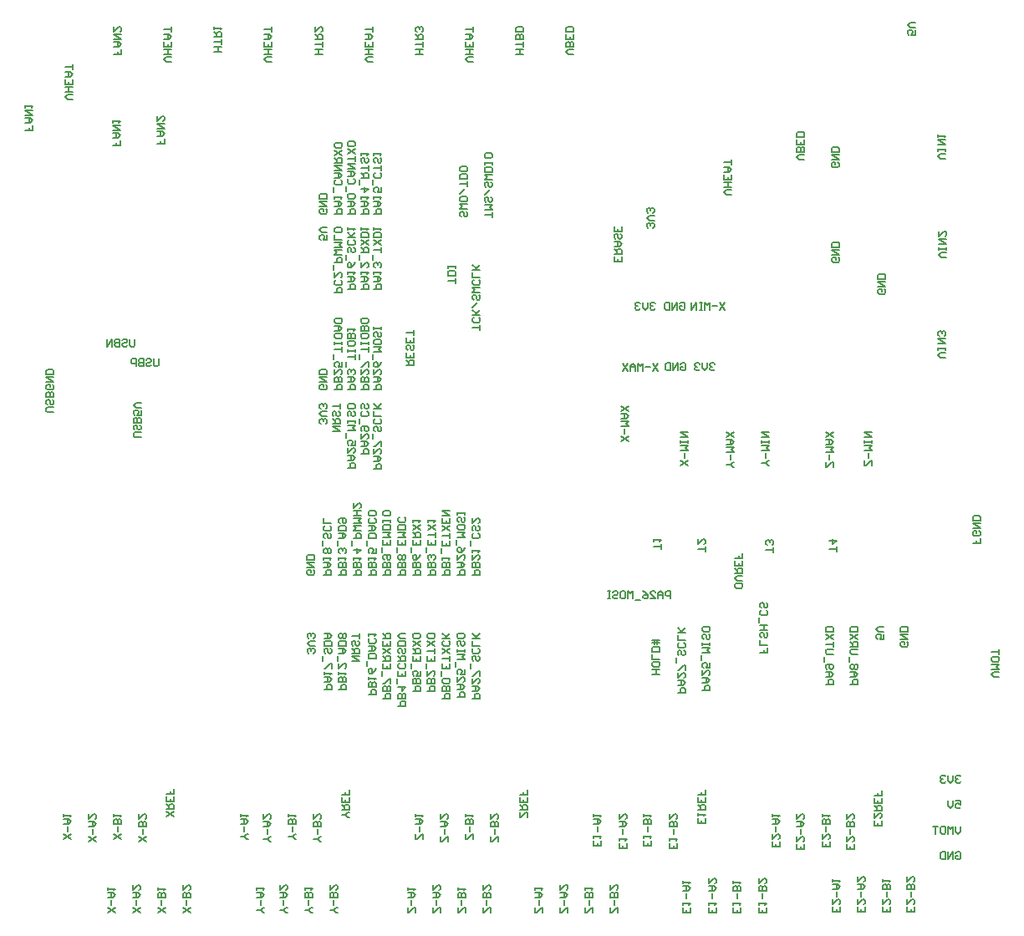
<source format=gbo>
G04 Layer_Color=32896*
%FSLAX24Y24*%
%MOIN*%
G70*
G01*
G75*
%ADD119C,0.0060*%
D119*
X2967Y34695D02*
X2767D01*
X2667Y34795D01*
X2767Y34895D01*
X2967D01*
Y34995D02*
X2667D01*
X2817D01*
Y35195D01*
X2967D01*
X2667D01*
X2967Y35495D02*
Y35295D01*
X2667D01*
Y35495D01*
X2817Y35295D02*
Y35395D01*
X2667Y35595D02*
X2867D01*
X2967Y35695D01*
X2867Y35795D01*
X2667D01*
X2817D01*
Y35595D01*
X2967Y35894D02*
Y36094D01*
Y35994D01*
X2667D01*
X2927Y5191D02*
X2627Y5391D01*
X2927D02*
X2627Y5191D01*
X2777Y5491D02*
Y5691D01*
X2627Y5791D02*
X2827D01*
X2927Y5891D01*
X2827Y5991D01*
X2627D01*
X2777D01*
Y5791D01*
X2627Y6091D02*
Y6191D01*
Y6141D01*
X2927D01*
X2877Y6091D01*
X3927Y5091D02*
X3627Y5291D01*
X3927D02*
X3627Y5091D01*
X3777Y5391D02*
Y5591D01*
X3627Y5691D02*
X3827D01*
X3927Y5791D01*
X3827Y5891D01*
X3627D01*
X3777D01*
Y5691D01*
X3627Y6191D02*
Y5991D01*
X3827Y6191D01*
X3877D01*
X3927Y6141D01*
Y6041D01*
X3877Y5991D01*
X4927Y5191D02*
X4627Y5391D01*
X4927D02*
X4627Y5191D01*
X4777Y5491D02*
Y5691D01*
X4927Y5791D02*
X4627D01*
Y5941D01*
X4677Y5991D01*
X4727D01*
X4777Y5941D01*
Y5791D01*
Y5941D01*
X4827Y5991D01*
X4877D01*
X4927Y5941D01*
Y5791D01*
X4627Y6091D02*
Y6191D01*
Y6141D01*
X4927D01*
X4877Y6091D01*
X5927Y5091D02*
X5627Y5291D01*
X5927D02*
X5627Y5091D01*
X5777Y5391D02*
Y5591D01*
X5927Y5691D02*
X5627D01*
Y5841D01*
X5677Y5891D01*
X5727D01*
X5777Y5841D01*
Y5691D01*
Y5841D01*
X5827Y5891D01*
X5877D01*
X5927Y5841D01*
Y5691D01*
X5627Y6191D02*
Y5991D01*
X5827Y6191D01*
X5877D01*
X5927Y6141D01*
Y6041D01*
X5877Y5991D01*
X12892Y5091D02*
X12842D01*
X12742Y5191D01*
X12842Y5291D01*
X12892D01*
X12742Y5191D02*
X12592D01*
X12742Y5391D02*
Y5591D01*
X12892Y5691D02*
X12592D01*
Y5841D01*
X12642Y5891D01*
X12692D01*
X12742Y5841D01*
Y5691D01*
Y5841D01*
X12792Y5891D01*
X12842D01*
X12892Y5841D01*
Y5691D01*
X12592Y6191D02*
Y5991D01*
X12792Y6191D01*
X12842D01*
X12892Y6141D01*
Y6041D01*
X12842Y5991D01*
X11892Y5191D02*
X11842D01*
X11742Y5291D01*
X11842Y5391D01*
X11892D01*
X11742Y5291D02*
X11592D01*
X11742Y5491D02*
Y5691D01*
X11892Y5791D02*
X11592D01*
Y5941D01*
X11642Y5991D01*
X11692D01*
X11742Y5941D01*
Y5791D01*
Y5941D01*
X11792Y5991D01*
X11842D01*
X11892Y5941D01*
Y5791D01*
X11592Y6091D02*
Y6191D01*
Y6141D01*
X11892D01*
X11842Y6091D01*
X10892Y5091D02*
X10842D01*
X10742Y5191D01*
X10842Y5291D01*
X10892D01*
X10742Y5191D02*
X10592D01*
X10742Y5391D02*
Y5591D01*
X10592Y5691D02*
X10792D01*
X10892Y5791D01*
X10792Y5891D01*
X10592D01*
X10742D01*
Y5691D01*
X10592Y6191D02*
Y5991D01*
X10792Y6191D01*
X10842D01*
X10892Y6141D01*
Y6041D01*
X10842Y5991D01*
X9970Y5191D02*
X9920D01*
X9820Y5291D01*
X9920Y5391D01*
X9970D01*
X9820Y5291D02*
X9670D01*
X9820Y5491D02*
Y5691D01*
X9670Y5791D02*
X9870D01*
X9970Y5891D01*
X9870Y5991D01*
X9670D01*
X9820D01*
Y5791D01*
X9670Y6091D02*
Y6191D01*
Y6141D01*
X9970D01*
X9920Y6091D01*
X19962Y5091D02*
Y5291D01*
X19912D01*
X19712Y5091D01*
X19662D01*
Y5291D01*
X19812Y5391D02*
Y5591D01*
X19962Y5691D02*
X19662D01*
Y5841D01*
X19712Y5891D01*
X19762D01*
X19812Y5841D01*
Y5691D01*
Y5841D01*
X19862Y5891D01*
X19912D01*
X19962Y5841D01*
Y5691D01*
X19662Y6191D02*
Y5991D01*
X19862Y6191D01*
X19912D01*
X19962Y6141D01*
Y6041D01*
X19912Y5991D01*
X18962Y5191D02*
Y5391D01*
X18912D01*
X18712Y5191D01*
X18662D01*
Y5391D01*
X18812Y5491D02*
Y5691D01*
X18962Y5791D02*
X18662D01*
Y5941D01*
X18712Y5991D01*
X18762D01*
X18812Y5941D01*
Y5791D01*
Y5941D01*
X18862Y5991D01*
X18912D01*
X18962Y5941D01*
Y5791D01*
X18662Y6091D02*
Y6191D01*
Y6141D01*
X18962D01*
X18912Y6091D01*
X17962Y5091D02*
Y5291D01*
X17912D01*
X17712Y5091D01*
X17662D01*
Y5291D01*
X17812Y5391D02*
Y5591D01*
X17662Y5691D02*
X17862D01*
X17962Y5791D01*
X17862Y5891D01*
X17662D01*
X17812D01*
Y5691D01*
X17662Y6191D02*
Y5991D01*
X17862Y6191D01*
X17912D01*
X17962Y6141D01*
Y6041D01*
X17912Y5991D01*
X16962Y5191D02*
Y5391D01*
X16912D01*
X16712Y5191D01*
X16662D01*
Y5391D01*
X16812Y5491D02*
Y5691D01*
X16662Y5791D02*
X16862D01*
X16962Y5891D01*
X16862Y5991D01*
X16662D01*
X16812D01*
Y5791D01*
X16662Y6091D02*
Y6191D01*
Y6141D01*
X16962D01*
X16912Y6091D01*
X27081Y5041D02*
Y4841D01*
X26781D01*
Y5041D01*
X26931Y4841D02*
Y4941D01*
X26781Y5141D02*
Y5241D01*
Y5191D01*
X27081D01*
X27031Y5141D01*
X26931Y5391D02*
Y5591D01*
X27081Y5691D02*
X26781D01*
Y5841D01*
X26831Y5891D01*
X26881D01*
X26931Y5841D01*
Y5691D01*
Y5841D01*
X26981Y5891D01*
X27031D01*
X27081Y5841D01*
Y5691D01*
X26781Y6191D02*
Y5991D01*
X26981Y6191D01*
X27031D01*
X27081Y6141D01*
Y6041D01*
X27031Y5991D01*
X26058Y5141D02*
Y4941D01*
X25758D01*
Y5141D01*
X25908Y4941D02*
Y5041D01*
X25758Y5241D02*
Y5341D01*
Y5291D01*
X26058D01*
X26008Y5241D01*
X25908Y5491D02*
Y5691D01*
X26058Y5791D02*
X25758D01*
Y5941D01*
X25808Y5991D01*
X25858D01*
X25908Y5941D01*
Y5791D01*
Y5941D01*
X25958Y5991D01*
X26008D01*
X26058Y5941D01*
Y5791D01*
X25758Y6091D02*
Y6191D01*
Y6141D01*
X26058D01*
X26008Y6091D01*
X25074Y5041D02*
Y4841D01*
X24774D01*
Y5041D01*
X24924Y4841D02*
Y4941D01*
X24774Y5141D02*
Y5241D01*
Y5191D01*
X25074D01*
X25024Y5141D01*
X24924Y5391D02*
Y5591D01*
X24774Y5691D02*
X24974D01*
X25074Y5791D01*
X24974Y5891D01*
X24774D01*
X24924D01*
Y5691D01*
X24774Y6191D02*
Y5991D01*
X24974Y6191D01*
X25024D01*
X25074Y6141D01*
Y6041D01*
X25024Y5991D01*
X24050Y5141D02*
Y4941D01*
X23750D01*
Y5141D01*
X23900Y4941D02*
Y5041D01*
X23750Y5241D02*
Y5341D01*
Y5291D01*
X24050D01*
X24000Y5241D01*
X23900Y5491D02*
Y5691D01*
X23750Y5791D02*
X23950D01*
X24050Y5891D01*
X23950Y5991D01*
X23750D01*
X23900D01*
Y5791D01*
X23750Y6091D02*
Y6191D01*
Y6141D01*
X24050D01*
X24000Y6091D01*
X34138Y4984D02*
Y4784D01*
X33839D01*
Y4984D01*
X33989Y4784D02*
Y4884D01*
X33839Y5284D02*
Y5084D01*
X34039Y5284D01*
X34088D01*
X34138Y5234D01*
Y5134D01*
X34088Y5084D01*
X33989Y5383D02*
Y5583D01*
X34138Y5683D02*
X33839D01*
Y5833D01*
X33889Y5883D01*
X33939D01*
X33989Y5833D01*
Y5683D01*
Y5833D01*
X34039Y5883D01*
X34088D01*
X34138Y5833D01*
Y5683D01*
X33839Y6183D02*
Y5983D01*
X34039Y6183D01*
X34088D01*
X34138Y6133D01*
Y6033D01*
X34088Y5983D01*
X33174Y5084D02*
Y4884D01*
X32874D01*
Y5084D01*
X33024Y4884D02*
Y4984D01*
X32874Y5383D02*
Y5184D01*
X33074Y5383D01*
X33124D01*
X33174Y5333D01*
Y5234D01*
X33124Y5184D01*
X33024Y5483D02*
Y5683D01*
X33174Y5783D02*
X32874D01*
Y5933D01*
X32924Y5983D01*
X32974D01*
X33024Y5933D01*
Y5783D01*
Y5933D01*
X33074Y5983D01*
X33124D01*
X33174Y5933D01*
Y5783D01*
X32874Y6083D02*
Y6183D01*
Y6133D01*
X33174D01*
X33124Y6083D01*
X32150Y4984D02*
Y4784D01*
X31850D01*
Y4984D01*
X32000Y4784D02*
Y4884D01*
X31850Y5284D02*
Y5084D01*
X32050Y5284D01*
X32100D01*
X32150Y5234D01*
Y5134D01*
X32100Y5084D01*
X32000Y5383D02*
Y5583D01*
X31850Y5683D02*
X32050D01*
X32150Y5783D01*
X32050Y5883D01*
X31850D01*
X32000D01*
Y5683D01*
X31850Y6183D02*
Y5983D01*
X32050Y6183D01*
X32100D01*
X32150Y6133D01*
Y6033D01*
X32100Y5983D01*
X31164Y5084D02*
Y4884D01*
X30864D01*
Y5084D01*
X31014Y4884D02*
Y4984D01*
X30864Y5383D02*
Y5184D01*
X31064Y5383D01*
X31114D01*
X31164Y5333D01*
Y5234D01*
X31114Y5184D01*
X31014Y5483D02*
Y5683D01*
X30864Y5783D02*
X31064D01*
X31164Y5883D01*
X31064Y5983D01*
X30864D01*
X31014D01*
Y5783D01*
X30864Y6083D02*
Y6183D01*
Y6133D01*
X31164D01*
X31114Y6083D01*
X2229Y22215D02*
X1979D01*
X1929Y22265D01*
Y22365D01*
X1979Y22415D01*
X2229D01*
X2179Y22714D02*
X2229Y22664D01*
Y22564D01*
X2179Y22514D01*
X2129D01*
X2079Y22564D01*
Y22664D01*
X2029Y22714D01*
X1979D01*
X1929Y22664D01*
Y22564D01*
X1979Y22514D01*
X2229Y22814D02*
X1929D01*
Y22964D01*
X1979Y23014D01*
X2029D01*
X2079Y22964D01*
Y22814D01*
Y22964D01*
X2129Y23014D01*
X2179D01*
X2229Y22964D01*
Y22814D01*
X2179Y23314D02*
X2229Y23264D01*
Y23164D01*
X2179Y23114D01*
X1979D01*
X1929Y23164D01*
Y23264D01*
X1979Y23314D01*
X2079D01*
Y23214D01*
X1929Y23414D02*
X2229D01*
X1929Y23614D01*
X2229D01*
Y23714D02*
X1929D01*
Y23864D01*
X1979Y23914D01*
X2179D01*
X2229Y23864D01*
Y23714D01*
X5713Y21211D02*
X5463D01*
X5413Y21261D01*
Y21361D01*
X5463Y21411D01*
X5713D01*
X5663Y21710D02*
X5713Y21660D01*
Y21561D01*
X5663Y21511D01*
X5613D01*
X5563Y21561D01*
Y21660D01*
X5513Y21710D01*
X5463D01*
X5413Y21660D01*
Y21561D01*
X5463Y21511D01*
X5713Y21810D02*
X5413D01*
Y21960D01*
X5463Y22010D01*
X5513D01*
X5563Y21960D01*
Y21810D01*
Y21960D01*
X5613Y22010D01*
X5663D01*
X5713Y21960D01*
Y21810D01*
Y22310D02*
Y22110D01*
X5563D01*
X5613Y22210D01*
Y22260D01*
X5563Y22310D01*
X5463D01*
X5413Y22260D01*
Y22160D01*
X5463Y22110D01*
X5713Y22410D02*
X5513D01*
X5413Y22510D01*
X5513Y22610D01*
X5713D01*
X6398Y24355D02*
Y24105D01*
X6348Y24055D01*
X6248D01*
X6198Y24105D01*
Y24355D01*
X5898Y24305D02*
X5948Y24355D01*
X6048D01*
X6098Y24305D01*
Y24255D01*
X6048Y24205D01*
X5948D01*
X5898Y24155D01*
Y24105D01*
X5948Y24055D01*
X6048D01*
X6098Y24105D01*
X5798Y24355D02*
Y24055D01*
X5648D01*
X5598Y24105D01*
Y24155D01*
X5648Y24205D01*
X5798D01*
X5648D01*
X5598Y24255D01*
Y24305D01*
X5648Y24355D01*
X5798D01*
X5498Y24055D02*
Y24355D01*
X5348D01*
X5298Y24305D01*
Y24205D01*
X5348Y24155D01*
X5498D01*
X4877Y33074D02*
Y32874D01*
X4727D01*
Y32974D01*
Y32874D01*
X4577D01*
Y33174D02*
X4777D01*
X4877Y33274D01*
X4777Y33374D01*
X4577D01*
X4727D01*
Y33174D01*
X4577Y33474D02*
X4877D01*
X4577Y33674D01*
X4877D01*
X4577Y33774D02*
Y33874D01*
Y33824D01*
X4877D01*
X4827Y33774D01*
X6638Y33133D02*
Y32933D01*
X6489D01*
Y33033D01*
Y32933D01*
X6339D01*
Y33233D02*
X6539D01*
X6638Y33333D01*
X6539Y33433D01*
X6339D01*
X6489D01*
Y33233D01*
X6339Y33533D02*
X6638D01*
X6339Y33733D01*
X6638D01*
X6339Y34033D02*
Y33833D01*
X6539Y34033D01*
X6589D01*
X6638Y33983D01*
Y33883D01*
X6589Y33833D01*
X33488Y32188D02*
X33538Y32138D01*
Y32038D01*
X33488Y31988D01*
X33288D01*
X33238Y32038D01*
Y32138D01*
X33288Y32188D01*
X33388D01*
Y32088D01*
X33238Y32288D02*
X33538D01*
X33238Y32488D01*
X33538D01*
Y32588D02*
X33238D01*
Y32738D01*
X33288Y32788D01*
X33488D01*
X33538Y32738D01*
Y32588D01*
X28996Y26604D02*
X28796Y26304D01*
Y26604D02*
X28996Y26304D01*
X28696Y26454D02*
X28496D01*
X28396Y26304D02*
Y26604D01*
X28296Y26504D01*
X28196Y26604D01*
Y26304D01*
X28096Y26604D02*
X27996D01*
X28046D01*
Y26304D01*
X28096D01*
X27996D01*
X27846D02*
Y26604D01*
X27647Y26304D01*
Y26604D01*
X17719Y10807D02*
X18018D01*
Y10957D01*
X17968Y11007D01*
X17869D01*
X17819Y10957D01*
Y10807D01*
X18018Y11107D02*
X17719D01*
Y11257D01*
X17769Y11307D01*
X17819D01*
X17869Y11257D01*
Y11107D01*
Y11257D01*
X17919Y11307D01*
X17968D01*
X18018Y11257D01*
Y11107D01*
X17968Y11407D02*
X18018Y11457D01*
Y11557D01*
X17968Y11607D01*
X17769D01*
X17719Y11557D01*
Y11457D01*
X17769Y11407D01*
X17968D01*
X17669Y11707D02*
Y11907D01*
X18018Y12207D02*
Y12007D01*
X17719D01*
Y12207D01*
X17869Y12007D02*
Y12107D01*
X18018Y12307D02*
Y12507D01*
Y12407D01*
X17719D01*
X18018Y12607D02*
X17719Y12807D01*
X18018D02*
X17719Y12607D01*
X17968Y13106D02*
X18018Y13056D01*
Y12957D01*
X17968Y12907D01*
X17769D01*
X17719Y12957D01*
Y13056D01*
X17769Y13106D01*
X18018Y13206D02*
X17719D01*
X17819D01*
X18018Y13406D01*
X17869Y13256D01*
X17719Y13406D01*
X17129Y11107D02*
X17429D01*
Y11257D01*
X17379Y11307D01*
X17279D01*
X17229Y11257D01*
Y11107D01*
X17429Y11407D02*
X17129D01*
Y11557D01*
X17179Y11607D01*
X17229D01*
X17279Y11557D01*
Y11407D01*
Y11557D01*
X17329Y11607D01*
X17379D01*
X17429Y11557D01*
Y11407D01*
X17129Y11907D02*
Y11707D01*
X17329Y11907D01*
X17379D01*
X17429Y11857D01*
Y11757D01*
X17379Y11707D01*
X17079Y12007D02*
Y12207D01*
X17429Y12507D02*
Y12307D01*
X17129D01*
Y12507D01*
X17279Y12307D02*
Y12407D01*
X17429Y12607D02*
Y12807D01*
Y12707D01*
X17129D01*
X17429Y12907D02*
X17129Y13106D01*
X17429D02*
X17129Y12907D01*
X17379Y13206D02*
X17429Y13256D01*
Y13356D01*
X17379Y13406D01*
X17179D01*
X17129Y13356D01*
Y13256D01*
X17179Y13206D01*
X17379D01*
X16540Y11107D02*
X16839D01*
Y11257D01*
X16789Y11307D01*
X16689D01*
X16639Y11257D01*
Y11107D01*
X16839Y11407D02*
X16540D01*
Y11557D01*
X16589Y11607D01*
X16639D01*
X16689Y11557D01*
Y11407D01*
Y11557D01*
X16739Y11607D01*
X16789D01*
X16839Y11557D01*
Y11407D01*
Y11907D02*
Y11707D01*
X16689D01*
X16739Y11807D01*
Y11857D01*
X16689Y11907D01*
X16589D01*
X16540Y11857D01*
Y11757D01*
X16589Y11707D01*
X16490Y12007D02*
Y12207D01*
X16839Y12507D02*
Y12307D01*
X16540D01*
Y12507D01*
X16689Y12307D02*
Y12407D01*
X16540Y12607D02*
X16839D01*
Y12757D01*
X16789Y12807D01*
X16689D01*
X16639Y12757D01*
Y12607D01*
Y12707D02*
X16540Y12807D01*
X16839Y12907D02*
X16540Y13106D01*
X16839D02*
X16540Y12907D01*
X16789Y13206D02*
X16839Y13256D01*
Y13356D01*
X16789Y13406D01*
X16589D01*
X16540Y13356D01*
Y13256D01*
X16589Y13206D01*
X16789D01*
X15950Y10507D02*
X16250D01*
Y10657D01*
X16200Y10707D01*
X16100D01*
X16050Y10657D01*
Y10507D01*
X16250Y10807D02*
X15950D01*
Y10957D01*
X16000Y11007D01*
X16050D01*
X16100Y10957D01*
Y10807D01*
Y10957D01*
X16150Y11007D01*
X16200D01*
X16250Y10957D01*
Y10807D01*
X15950Y11257D02*
X16250D01*
X16100Y11107D01*
Y11307D01*
X15900Y11407D02*
Y11607D01*
X16250Y11907D02*
Y11707D01*
X15950D01*
Y11907D01*
X16100Y11707D02*
Y11807D01*
X16200Y12207D02*
X16250Y12157D01*
Y12057D01*
X16200Y12007D01*
X16000D01*
X15950Y12057D01*
Y12157D01*
X16000Y12207D01*
X15950Y12307D02*
X16250D01*
Y12457D01*
X16200Y12507D01*
X16100D01*
X16050Y12457D01*
Y12307D01*
Y12407D02*
X15950Y12507D01*
X16200Y12807D02*
X16250Y12757D01*
Y12657D01*
X16200Y12607D01*
X16150D01*
X16100Y12657D01*
Y12757D01*
X16050Y12807D01*
X16000D01*
X15950Y12757D01*
Y12657D01*
X16000Y12607D01*
X16250Y12907D02*
X15950D01*
Y13056D01*
X16000Y13106D01*
X16200D01*
X16250Y13056D01*
Y12907D01*
Y13206D02*
X16050D01*
X15950Y13306D01*
X16050Y13406D01*
X16250D01*
X15360Y10807D02*
X15660D01*
Y10957D01*
X15610Y11007D01*
X15510D01*
X15460Y10957D01*
Y10807D01*
X15660Y11107D02*
X15360D01*
Y11257D01*
X15410Y11307D01*
X15460D01*
X15510Y11257D01*
Y11107D01*
Y11257D01*
X15560Y11307D01*
X15610D01*
X15660Y11257D01*
Y11107D01*
Y11407D02*
Y11607D01*
X15610D01*
X15410Y11407D01*
X15360D01*
X15310Y11707D02*
Y11907D01*
X15660Y12207D02*
Y12007D01*
X15360D01*
Y12207D01*
X15510Y12007D02*
Y12107D01*
X15360Y12307D02*
X15660D01*
Y12457D01*
X15610Y12507D01*
X15510D01*
X15460Y12457D01*
Y12307D01*
Y12407D02*
X15360Y12507D01*
X15660Y12607D02*
X15360Y12807D01*
X15660D02*
X15360Y12607D01*
X15660Y13106D02*
Y12907D01*
X15360D01*
Y13106D01*
X15510Y12907D02*
Y13007D01*
X15360Y13206D02*
X15660D01*
Y13356D01*
X15610Y13406D01*
X15510D01*
X15460Y13356D01*
Y13206D01*
Y13306D02*
X15360Y13406D01*
X18308Y10857D02*
X18608D01*
Y11007D01*
X18558Y11057D01*
X18458D01*
X18408Y11007D01*
Y10857D01*
X18308Y11157D02*
X18508D01*
X18608Y11257D01*
X18508Y11357D01*
X18308D01*
X18458D01*
Y11157D01*
X18308Y11657D02*
Y11457D01*
X18508Y11657D01*
X18558D01*
X18608Y11607D01*
Y11507D01*
X18558Y11457D01*
X18608Y11957D02*
Y11757D01*
X18458D01*
X18508Y11857D01*
Y11907D01*
X18458Y11957D01*
X18358D01*
X18308Y11907D01*
Y11807D01*
X18358Y11757D01*
X18258Y12057D02*
Y12257D01*
X18308Y12357D02*
X18608D01*
X18508Y12457D01*
X18608Y12557D01*
X18308D01*
X18608Y12657D02*
Y12757D01*
Y12707D01*
X18308D01*
Y12657D01*
Y12757D01*
X18558Y13106D02*
X18608Y13056D01*
Y12957D01*
X18558Y12907D01*
X18508D01*
X18458Y12957D01*
Y13056D01*
X18408Y13106D01*
X18358D01*
X18308Y13056D01*
Y12957D01*
X18358Y12907D01*
X18608Y13356D02*
Y13256D01*
X18558Y13206D01*
X18358D01*
X18308Y13256D01*
Y13356D01*
X18358Y13406D01*
X18558D01*
X18608Y13356D01*
X18898Y10807D02*
X19198D01*
Y10957D01*
X19148Y11007D01*
X19048D01*
X18998Y10957D01*
Y10807D01*
X18898Y11107D02*
X19098D01*
X19198Y11207D01*
X19098Y11307D01*
X18898D01*
X19048D01*
Y11107D01*
X18898Y11607D02*
Y11407D01*
X19098Y11607D01*
X19148D01*
X19198Y11557D01*
Y11457D01*
X19148Y11407D01*
X19198Y11707D02*
Y11907D01*
X19148D01*
X18948Y11707D01*
X18898D01*
X18848Y12007D02*
Y12207D01*
X19148Y12507D02*
X19198Y12457D01*
Y12357D01*
X19148Y12307D01*
X19098D01*
X19048Y12357D01*
Y12457D01*
X18998Y12507D01*
X18948D01*
X18898Y12457D01*
Y12357D01*
X18948Y12307D01*
X19148Y12807D02*
X19198Y12757D01*
Y12657D01*
X19148Y12607D01*
X18948D01*
X18898Y12657D01*
Y12757D01*
X18948Y12807D01*
X19198Y12907D02*
X18898D01*
Y13106D01*
X19198Y13206D02*
X18898D01*
X18998D01*
X19198Y13406D01*
X19048Y13256D01*
X18898Y13406D01*
X18910Y15738D02*
X19210D01*
Y15888D01*
X19160Y15938D01*
X19060D01*
X19010Y15888D01*
Y15738D01*
X19210Y16038D02*
X18910D01*
Y16188D01*
X18960Y16238D01*
X19010D01*
X19060Y16188D01*
Y16038D01*
Y16188D01*
X19110Y16238D01*
X19160D01*
X19210Y16188D01*
Y16038D01*
X18910Y16538D02*
Y16338D01*
X19110Y16538D01*
X19160D01*
X19210Y16488D01*
Y16388D01*
X19160Y16338D01*
X18910Y16638D02*
Y16738D01*
Y16688D01*
X19210D01*
X19160Y16638D01*
X18860Y16888D02*
Y17088D01*
X19160Y17388D02*
X19210Y17338D01*
Y17238D01*
X19160Y17188D01*
X18960D01*
X18910Y17238D01*
Y17338D01*
X18960Y17388D01*
X19160Y17688D02*
X19210Y17638D01*
Y17538D01*
X19160Y17488D01*
X19110D01*
X19060Y17538D01*
Y17638D01*
X19010Y17688D01*
X18960D01*
X18910Y17638D01*
Y17538D01*
X18960Y17488D01*
X18910Y17987D02*
Y17788D01*
X19110Y17987D01*
X19160D01*
X19210Y17937D01*
Y17838D01*
X19160Y17788D01*
X18318Y15738D02*
X18618D01*
Y15888D01*
X18568Y15938D01*
X18468D01*
X18418Y15888D01*
Y15738D01*
X18318Y16038D02*
X18518D01*
X18618Y16138D01*
X18518Y16238D01*
X18318D01*
X18468D01*
Y16038D01*
X18318Y16538D02*
Y16338D01*
X18518Y16538D01*
X18568D01*
X18618Y16488D01*
Y16388D01*
X18568Y16338D01*
X18618Y16838D02*
X18568Y16738D01*
X18468Y16638D01*
X18368D01*
X18318Y16688D01*
Y16788D01*
X18368Y16838D01*
X18418D01*
X18468Y16788D01*
Y16638D01*
X18268Y16938D02*
Y17138D01*
X18318Y17238D02*
X18618D01*
X18518Y17338D01*
X18618Y17438D01*
X18318D01*
X18618Y17688D02*
Y17588D01*
X18568Y17538D01*
X18368D01*
X18318Y17588D01*
Y17688D01*
X18368Y17738D01*
X18568D01*
X18618Y17688D01*
X18568Y18037D02*
X18618Y17987D01*
Y17887D01*
X18568Y17838D01*
X18518D01*
X18468Y17887D01*
Y17987D01*
X18418Y18037D01*
X18368D01*
X18318Y17987D01*
Y17887D01*
X18368Y17838D01*
X18618Y18137D02*
Y18237D01*
Y18187D01*
X18318D01*
Y18137D01*
Y18237D01*
X15361Y15738D02*
X15661D01*
Y15888D01*
X15611Y15938D01*
X15511D01*
X15461Y15888D01*
Y15738D01*
X15661Y16038D02*
X15361D01*
Y16188D01*
X15411Y16238D01*
X15461D01*
X15511Y16188D01*
Y16038D01*
Y16188D01*
X15561Y16238D01*
X15611D01*
X15661Y16188D01*
Y16038D01*
X15411Y16338D02*
X15361Y16388D01*
Y16488D01*
X15411Y16538D01*
X15611D01*
X15661Y16488D01*
Y16388D01*
X15611Y16338D01*
X15561D01*
X15511Y16388D01*
Y16538D01*
X15311Y16638D02*
Y16838D01*
X15661Y17138D02*
Y16938D01*
X15361D01*
Y17138D01*
X15511Y16938D02*
Y17038D01*
X15361Y17238D02*
X15661D01*
X15561Y17338D01*
X15661Y17438D01*
X15361D01*
X15661Y17538D02*
X15361D01*
Y17688D01*
X15411Y17738D01*
X15611D01*
X15661Y17688D01*
Y17538D01*
Y17838D02*
Y17937D01*
Y17887D01*
X15361D01*
Y17838D01*
Y17937D01*
X15661Y18237D02*
Y18137D01*
X15611Y18087D01*
X15411D01*
X15361Y18137D01*
Y18237D01*
X15411Y18287D01*
X15611D01*
X15661Y18237D01*
X15952Y15738D02*
X16252D01*
Y15888D01*
X16202Y15938D01*
X16102D01*
X16052Y15888D01*
Y15738D01*
X16252Y16038D02*
X15952D01*
Y16188D01*
X16002Y16238D01*
X16052D01*
X16102Y16188D01*
Y16038D01*
Y16188D01*
X16152Y16238D01*
X16202D01*
X16252Y16188D01*
Y16038D01*
X16202Y16338D02*
X16252Y16388D01*
Y16488D01*
X16202Y16538D01*
X16152D01*
X16102Y16488D01*
X16052Y16538D01*
X16002D01*
X15952Y16488D01*
Y16388D01*
X16002Y16338D01*
X16052D01*
X16102Y16388D01*
X16152Y16338D01*
X16202D01*
X16102Y16388D02*
Y16488D01*
X15902Y16638D02*
Y16838D01*
X16252Y17138D02*
Y16938D01*
X15952D01*
Y17138D01*
X16102Y16938D02*
Y17038D01*
X15952Y17238D02*
X16252D01*
X16152Y17338D01*
X16252Y17438D01*
X15952D01*
X16252Y17538D02*
X15952D01*
Y17688D01*
X16002Y17738D01*
X16202D01*
X16252Y17688D01*
Y17538D01*
X16202Y18037D02*
X16252Y17987D01*
Y17887D01*
X16202Y17838D01*
X16002D01*
X15952Y17887D01*
Y17987D01*
X16002Y18037D01*
X16544Y15738D02*
X16844D01*
Y15888D01*
X16794Y15938D01*
X16694D01*
X16644Y15888D01*
Y15738D01*
X16844Y16038D02*
X16544D01*
Y16188D01*
X16594Y16238D01*
X16644D01*
X16694Y16188D01*
Y16038D01*
Y16188D01*
X16744Y16238D01*
X16794D01*
X16844Y16188D01*
Y16038D01*
Y16538D02*
X16794Y16438D01*
X16694Y16338D01*
X16594D01*
X16544Y16388D01*
Y16488D01*
X16594Y16538D01*
X16644D01*
X16694Y16488D01*
Y16338D01*
X16494Y16638D02*
Y16838D01*
X16844Y17138D02*
Y16938D01*
X16544D01*
Y17138D01*
X16694Y16938D02*
Y17038D01*
X16544Y17238D02*
X16844D01*
Y17388D01*
X16794Y17438D01*
X16694D01*
X16644Y17388D01*
Y17238D01*
Y17338D02*
X16544Y17438D01*
X16844Y17538D02*
X16544Y17738D01*
X16844D02*
X16544Y17538D01*
Y17838D02*
Y17937D01*
Y17887D01*
X16844D01*
X16794Y17838D01*
X17135Y15738D02*
X17435D01*
Y15888D01*
X17385Y15938D01*
X17285D01*
X17235Y15888D01*
Y15738D01*
X17435Y16038D02*
X17135D01*
Y16188D01*
X17185Y16238D01*
X17235D01*
X17285Y16188D01*
Y16038D01*
Y16188D01*
X17335Y16238D01*
X17385D01*
X17435Y16188D01*
Y16038D01*
X17385Y16338D02*
X17435Y16388D01*
Y16488D01*
X17385Y16538D01*
X17335D01*
X17285Y16488D01*
Y16438D01*
Y16488D01*
X17235Y16538D01*
X17185D01*
X17135Y16488D01*
Y16388D01*
X17185Y16338D01*
X17085Y16638D02*
Y16838D01*
X17435Y17138D02*
Y16938D01*
X17135D01*
Y17138D01*
X17285Y16938D02*
Y17038D01*
X17435Y17238D02*
Y17438D01*
Y17338D01*
X17135D01*
X17435Y17538D02*
X17135Y17738D01*
X17435D02*
X17135Y17538D01*
Y17838D02*
Y17937D01*
Y17887D01*
X17435D01*
X17385Y17838D01*
X17727Y15738D02*
X18027D01*
Y15888D01*
X17977Y15938D01*
X17877D01*
X17827Y15888D01*
Y15738D01*
X18027Y16038D02*
X17727D01*
Y16188D01*
X17777Y16238D01*
X17827D01*
X17877Y16188D01*
Y16038D01*
Y16188D01*
X17927Y16238D01*
X17977D01*
X18027Y16188D01*
Y16038D01*
X17727Y16338D02*
Y16438D01*
Y16388D01*
X18027D01*
X17977Y16338D01*
X17677Y16588D02*
Y16788D01*
X18027Y17088D02*
Y16888D01*
X17727D01*
Y17088D01*
X17877Y16888D02*
Y16988D01*
X18027Y17188D02*
Y17388D01*
Y17288D01*
X17727D01*
X18027Y17488D02*
X17727Y17688D01*
X18027D02*
X17727Y17488D01*
X18027Y17987D02*
Y17788D01*
X17727D01*
Y17987D01*
X17877Y17788D02*
Y17887D01*
X17727Y18087D02*
X18027D01*
X17727Y18287D01*
X18027D01*
X29690Y15357D02*
Y15257D01*
X29640Y15207D01*
X29440D01*
X29390Y15257D01*
Y15357D01*
X29440Y15407D01*
X29640D01*
X29690Y15357D01*
Y15507D02*
X29490D01*
X29390Y15607D01*
X29490Y15707D01*
X29690D01*
X29390Y15806D02*
X29690D01*
Y15956D01*
X29640Y16006D01*
X29540D01*
X29490Y15956D01*
Y15806D01*
Y15906D02*
X29390Y16006D01*
X29690Y16306D02*
Y16106D01*
X29390D01*
Y16306D01*
X29540Y16106D02*
Y16206D01*
X29690Y16606D02*
Y16406D01*
X29540D01*
Y16506D01*
Y16406D01*
X29390D01*
X30920Y16614D02*
Y16814D01*
Y16714D01*
X30620D01*
X30870Y16914D02*
X30920Y16964D01*
Y17064D01*
X30870Y17114D01*
X30820D01*
X30770Y17064D01*
Y17014D01*
Y17064D01*
X30720Y17114D01*
X30670D01*
X30620Y17064D01*
Y16964D01*
X30670Y16914D01*
X28213Y16644D02*
Y16844D01*
Y16744D01*
X27913D01*
Y17144D02*
Y16944D01*
X28113Y17144D01*
X28163D01*
X28213Y17094D01*
Y16994D01*
X28163Y16944D01*
X26442Y16772D02*
Y16972D01*
Y16872D01*
X26142D01*
Y17072D02*
Y17172D01*
Y17122D01*
X26442D01*
X26392Y17072D01*
X33440Y16654D02*
Y16853D01*
Y16754D01*
X33140D01*
Y17103D02*
X33440D01*
X33290Y16953D01*
Y17153D01*
X6921Y36184D02*
X6721D01*
X6621Y36284D01*
X6721Y36384D01*
X6921D01*
Y36484D02*
X6621D01*
X6771D01*
Y36684D01*
X6921D01*
X6621D01*
X6921Y36984D02*
Y36784D01*
X6621D01*
Y36984D01*
X6771Y36784D02*
Y36884D01*
X6621Y37084D02*
X6821D01*
X6921Y37184D01*
X6821Y37283D01*
X6621D01*
X6771D01*
Y37084D01*
X6921Y37383D02*
Y37583D01*
Y37483D01*
X6621D01*
X28091Y11122D02*
X28390D01*
Y11272D01*
X28340Y11322D01*
X28240D01*
X28191Y11272D01*
Y11122D01*
X28091Y11422D02*
X28290D01*
X28390Y11522D01*
X28290Y11622D01*
X28091D01*
X28240D01*
Y11422D01*
X28091Y11922D02*
Y11722D01*
X28290Y11922D01*
X28340D01*
X28390Y11872D01*
Y11772D01*
X28340Y11722D01*
X28390Y12222D02*
Y12022D01*
X28240D01*
X28290Y12122D01*
Y12172D01*
X28240Y12222D01*
X28141D01*
X28091Y12172D01*
Y12072D01*
X28141Y12022D01*
X28041Y12322D02*
Y12522D01*
X28091Y12622D02*
X28390D01*
X28290Y12722D01*
X28390Y12822D01*
X28091D01*
X28390Y12921D02*
Y13021D01*
Y12971D01*
X28091D01*
Y12921D01*
Y13021D01*
X28340Y13371D02*
X28390Y13321D01*
Y13221D01*
X28340Y13171D01*
X28290D01*
X28240Y13221D01*
Y13321D01*
X28191Y13371D01*
X28141D01*
X28091Y13321D01*
Y13221D01*
X28141Y13171D01*
X28390Y13621D02*
Y13521D01*
X28340Y13471D01*
X28141D01*
X28091Y13521D01*
Y13621D01*
X28141Y13671D01*
X28340D01*
X28390Y13621D01*
X26821Y14793D02*
Y15093D01*
X26671D01*
X26621Y15043D01*
Y14943D01*
X26671Y14893D01*
X26821D01*
X26521Y14793D02*
Y14993D01*
X26421Y15093D01*
X26321Y14993D01*
Y14793D01*
Y14943D01*
X26521D01*
X26021Y14793D02*
X26221D01*
X26021Y14993D01*
Y15043D01*
X26071Y15093D01*
X26171D01*
X26221Y15043D01*
X25721Y15093D02*
X25821Y15043D01*
X25921Y14943D01*
Y14843D01*
X25871Y14793D01*
X25771D01*
X25721Y14843D01*
Y14893D01*
X25771Y14943D01*
X25921D01*
X25621Y14743D02*
X25421D01*
X25321Y14793D02*
Y15093D01*
X25221Y14993D01*
X25121Y15093D01*
Y14793D01*
X24871Y15093D02*
X24971D01*
X25021Y15043D01*
Y14843D01*
X24971Y14793D01*
X24871D01*
X24822Y14843D01*
Y15043D01*
X24871Y15093D01*
X24522Y15043D02*
X24572Y15093D01*
X24672D01*
X24722Y15043D01*
Y14993D01*
X24672Y14943D01*
X24572D01*
X24522Y14893D01*
Y14843D01*
X24572Y14793D01*
X24672D01*
X24722Y14843D01*
X24422Y15093D02*
X24322D01*
X24372D01*
Y14793D01*
X24422D01*
X24322D01*
X27106Y11014D02*
X27406D01*
Y11164D01*
X27356Y11214D01*
X27256D01*
X27206Y11164D01*
Y11014D01*
X27106Y11314D02*
X27306D01*
X27406Y11414D01*
X27306Y11514D01*
X27106D01*
X27256D01*
Y11314D01*
X27106Y11814D02*
Y11614D01*
X27306Y11814D01*
X27356D01*
X27406Y11764D01*
Y11664D01*
X27356Y11614D01*
X27406Y11913D02*
Y12113D01*
X27356D01*
X27156Y11913D01*
X27106D01*
X27056Y12213D02*
Y12413D01*
X27356Y12713D02*
X27406Y12663D01*
Y12563D01*
X27356Y12513D01*
X27306D01*
X27256Y12563D01*
Y12663D01*
X27206Y12713D01*
X27156D01*
X27106Y12663D01*
Y12563D01*
X27156Y12513D01*
X27356Y13013D02*
X27406Y12963D01*
Y12863D01*
X27356Y12813D01*
X27156D01*
X27106Y12863D01*
Y12963D01*
X27156Y13013D01*
X27406Y13113D02*
X27106D01*
Y13313D01*
X27406Y13413D02*
X27106D01*
X27206D01*
X27406Y13613D01*
X27256Y13463D01*
X27106Y13613D01*
X35241Y5938D02*
Y5738D01*
X34941D01*
Y5938D01*
X35091Y5738D02*
Y5838D01*
X34941Y6238D02*
Y6038D01*
X35141Y6238D01*
X35191D01*
X35241Y6188D01*
Y6088D01*
X35191Y6038D01*
X34941Y6338D02*
X35241D01*
Y6488D01*
X35191Y6538D01*
X35091D01*
X35041Y6488D01*
Y6338D01*
Y6438D02*
X34941Y6538D01*
X35241Y6838D02*
Y6638D01*
X34941D01*
Y6838D01*
X35091Y6638D02*
Y6738D01*
X35241Y7138D02*
Y6938D01*
X35091D01*
Y7038D01*
Y6938D01*
X34941D01*
X28203Y6027D02*
Y5827D01*
X27904D01*
Y6027D01*
X28053Y5827D02*
Y5927D01*
X27904Y6127D02*
Y6227D01*
Y6177D01*
X28203D01*
X28153Y6127D01*
X27904Y6377D02*
X28203D01*
Y6527D01*
X28153Y6577D01*
X28053D01*
X28004Y6527D01*
Y6377D01*
Y6477D02*
X27904Y6577D01*
X28203Y6876D02*
Y6676D01*
X27904D01*
Y6876D01*
X28053Y6676D02*
Y6776D01*
X28203Y7176D02*
Y6976D01*
X28053D01*
Y7076D01*
Y6976D01*
X27904D01*
X21097Y6053D02*
Y6253D01*
X21047D01*
X20847Y6053D01*
X20797D01*
Y6253D01*
Y6353D02*
X21097D01*
Y6503D01*
X21047Y6553D01*
X20947D01*
X20897Y6503D01*
Y6353D01*
Y6453D02*
X20797Y6553D01*
X21097Y6853D02*
Y6653D01*
X20797D01*
Y6853D01*
X20947Y6653D02*
Y6753D01*
X21097Y7153D02*
Y6953D01*
X20947D01*
Y7053D01*
Y6953D01*
X20797D01*
X14001Y6073D02*
X13951D01*
X13851Y6173D01*
X13951Y6273D01*
X14001D01*
X13851Y6173D02*
X13701D01*
Y6373D02*
X14001D01*
Y6523D01*
X13951Y6573D01*
X13851D01*
X13801Y6523D01*
Y6373D01*
Y6473D02*
X13701Y6573D01*
X14001Y6873D02*
Y6673D01*
X13701D01*
Y6873D01*
X13851Y6673D02*
Y6773D01*
X14001Y7172D02*
Y6973D01*
X13851D01*
Y7073D01*
Y6973D01*
X13701D01*
X7022Y6093D02*
X6722Y6292D01*
X7022D02*
X6722Y6093D01*
Y6392D02*
X7022D01*
Y6542D01*
X6972Y6592D01*
X6872D01*
X6822Y6542D01*
Y6392D01*
Y6492D02*
X6722Y6592D01*
X7022Y6892D02*
Y6692D01*
X6722D01*
Y6892D01*
X6872Y6692D02*
Y6792D01*
X7022Y7192D02*
Y6992D01*
X6872D01*
Y7092D01*
Y6992D01*
X6722D01*
X12583Y12607D02*
X12633Y12657D01*
Y12757D01*
X12583Y12807D01*
X12533D01*
X12483Y12757D01*
Y12707D01*
Y12757D01*
X12433Y12807D01*
X12383D01*
X12333Y12757D01*
Y12657D01*
X12383Y12607D01*
X12633Y12907D02*
X12433D01*
X12333Y13007D01*
X12433Y13106D01*
X12633D01*
X12583Y13206D02*
X12633Y13256D01*
Y13356D01*
X12583Y13406D01*
X12533D01*
X12483Y13356D01*
Y13306D01*
Y13356D01*
X12433Y13406D01*
X12383D01*
X12333Y13356D01*
Y13256D01*
X12383Y13206D01*
X33002Y11363D02*
X33302D01*
Y11513D01*
X33252Y11563D01*
X33152D01*
X33102Y11513D01*
Y11363D01*
X33002Y11663D02*
X33202D01*
X33302Y11763D01*
X33202Y11863D01*
X33002D01*
X33152D01*
Y11663D01*
X33052Y11963D02*
X33002Y12013D01*
Y12113D01*
X33052Y12163D01*
X33252D01*
X33302Y12113D01*
Y12013D01*
X33252Y11963D01*
X33202D01*
X33152Y12013D01*
Y12163D01*
X32952Y12263D02*
Y12463D01*
X33302Y12563D02*
X33052D01*
X33002Y12613D01*
Y12713D01*
X33052Y12763D01*
X33302D01*
Y12863D02*
Y13063D01*
Y12963D01*
X33002D01*
X33302Y13163D02*
X33002Y13363D01*
X33302D02*
X33002Y13163D01*
X33302Y13463D02*
X33002D01*
Y13613D01*
X33052Y13663D01*
X33252D01*
X33302Y13613D01*
Y13463D01*
X38386Y7681D02*
X38336Y7731D01*
X38236D01*
X38186Y7681D01*
Y7631D01*
X38236Y7581D01*
X38286D01*
X38236D01*
X38186Y7531D01*
Y7481D01*
X38236Y7431D01*
X38336D01*
X38386Y7481D01*
X38086Y7731D02*
Y7531D01*
X37986Y7431D01*
X37886Y7531D01*
Y7731D01*
X37786Y7681D02*
X37736Y7731D01*
X37636D01*
X37586Y7681D01*
Y7631D01*
X37636Y7581D01*
X37686D01*
X37636D01*
X37586Y7531D01*
Y7481D01*
X37636Y7431D01*
X37736D01*
X37786Y7481D01*
X38186Y6717D02*
X38386D01*
Y6567D01*
X38286Y6617D01*
X38236D01*
X38186Y6567D01*
Y6467D01*
X38236Y6417D01*
X38336D01*
X38386Y6467D01*
X38086Y6717D02*
Y6517D01*
X37986Y6417D01*
X37886Y6517D01*
Y6717D01*
X38386Y5694D02*
Y5494D01*
X38286Y5394D01*
X38186Y5494D01*
Y5694D01*
X38086Y5394D02*
Y5694D01*
X37986Y5594D01*
X37886Y5694D01*
Y5394D01*
X37636Y5694D02*
X37736D01*
X37786Y5644D01*
Y5444D01*
X37736Y5394D01*
X37636D01*
X37586Y5444D01*
Y5644D01*
X37636Y5694D01*
X37486D02*
X37286D01*
X37386D01*
Y5394D01*
X10930Y36184D02*
X10730D01*
X10630Y36284D01*
X10730Y36384D01*
X10930D01*
Y36484D02*
X10630D01*
X10780D01*
Y36684D01*
X10930D01*
X10630D01*
X10930Y36984D02*
Y36784D01*
X10630D01*
Y36984D01*
X10780Y36784D02*
Y36884D01*
X10630Y37084D02*
X10830D01*
X10930Y37184D01*
X10830Y37283D01*
X10630D01*
X10780D01*
Y37084D01*
X10930Y37383D02*
Y37583D01*
Y37483D01*
X10630D01*
X22957Y36484D02*
X22757D01*
X22657Y36584D01*
X22757Y36684D01*
X22957D01*
Y36784D02*
X22657D01*
Y36934D01*
X22707Y36984D01*
X22757D01*
X22807Y36934D01*
Y36784D01*
Y36934D01*
X22857Y36984D01*
X22907D01*
X22957Y36934D01*
Y36784D01*
Y37283D02*
Y37084D01*
X22657D01*
Y37283D01*
X22807Y37084D02*
Y37184D01*
X22957Y37383D02*
X22657D01*
Y37533D01*
X22707Y37583D01*
X22907D01*
X22957Y37533D01*
Y37383D01*
X18948Y36184D02*
X18748D01*
X18648Y36284D01*
X18748Y36384D01*
X18948D01*
Y36484D02*
X18648D01*
X18798D01*
Y36684D01*
X18948D01*
X18648D01*
X18948Y36984D02*
Y36784D01*
X18648D01*
Y36984D01*
X18798Y36784D02*
Y36884D01*
X18648Y37084D02*
X18848D01*
X18948Y37184D01*
X18848Y37283D01*
X18648D01*
X18798D01*
Y37084D01*
X18948Y37383D02*
Y37583D01*
Y37483D01*
X18648D01*
X14939Y36184D02*
X14739D01*
X14639Y36284D01*
X14739Y36384D01*
X14939D01*
Y36484D02*
X14639D01*
X14789D01*
Y36684D01*
X14939D01*
X14639D01*
X14939Y36984D02*
Y36784D01*
X14639D01*
Y36984D01*
X14789Y36784D02*
Y36884D01*
X14639Y37084D02*
X14839D01*
X14939Y37184D01*
X14839Y37283D01*
X14639D01*
X14789D01*
Y37084D01*
X14939Y37383D02*
Y37583D01*
Y37483D01*
X14639D01*
X29257Y30886D02*
X29057D01*
X28957Y30986D01*
X29057Y31086D01*
X29257D01*
Y31186D02*
X28957D01*
X29107D01*
Y31386D01*
X29257D01*
X28957D01*
X29257Y31686D02*
Y31486D01*
X28957D01*
Y31686D01*
X29107Y31486D02*
Y31586D01*
X28957Y31786D02*
X29157D01*
X29257Y31885D01*
X29157Y31985D01*
X28957D01*
X29107D01*
Y31786D01*
X29257Y32085D02*
Y32285D01*
Y32185D01*
X28957D01*
X13115Y29282D02*
Y29082D01*
X12965D01*
X13015Y29182D01*
Y29232D01*
X12965Y29282D01*
X12865D01*
X12815Y29232D01*
Y29132D01*
X12865Y29082D01*
X13115Y29382D02*
X12915D01*
X12815Y29482D01*
X12915Y29582D01*
X13115D01*
X13419Y26983D02*
X13719D01*
Y27133D01*
X13669Y27183D01*
X13569D01*
X13519Y27133D01*
Y26983D01*
X13669Y27483D02*
X13719Y27433D01*
Y27333D01*
X13669Y27283D01*
X13469D01*
X13419Y27333D01*
Y27433D01*
X13469Y27483D01*
X13419Y27783D02*
Y27583D01*
X13619Y27783D01*
X13669D01*
X13719Y27733D01*
Y27633D01*
X13669Y27583D01*
X13369Y27883D02*
Y28083D01*
X13419Y28183D02*
X13719D01*
Y28333D01*
X13669Y28383D01*
X13569D01*
X13519Y28333D01*
Y28183D01*
X13719Y28483D02*
X13419D01*
X13519Y28583D01*
X13419Y28683D01*
X13719D01*
X13419Y28783D02*
X13719D01*
X13619Y28883D01*
X13719Y28983D01*
X13419D01*
X13719Y29082D02*
X13419D01*
Y29282D01*
X13669Y29382D02*
X13719Y29432D01*
Y29532D01*
X13669Y29582D01*
X13469D01*
X13419Y29532D01*
Y29432D01*
X13469Y29382D01*
X13669D01*
X13943Y27133D02*
X14243D01*
Y27283D01*
X14193Y27333D01*
X14093D01*
X14043Y27283D01*
Y27133D01*
X13943Y27433D02*
X14143D01*
X14243Y27533D01*
X14143Y27633D01*
X13943D01*
X14093D01*
Y27433D01*
X13943Y27733D02*
Y27833D01*
Y27783D01*
X14243D01*
X14193Y27733D01*
X14243Y28183D02*
X14193Y28083D01*
X14093Y27983D01*
X13993D01*
X13943Y28033D01*
Y28133D01*
X13993Y28183D01*
X14043D01*
X14093Y28133D01*
Y27983D01*
X13893Y28283D02*
Y28483D01*
X14193Y28783D02*
X14243Y28733D01*
Y28633D01*
X14193Y28583D01*
X14143D01*
X14093Y28633D01*
Y28733D01*
X14043Y28783D01*
X13993D01*
X13943Y28733D01*
Y28633D01*
X13993Y28583D01*
X14193Y29082D02*
X14243Y29032D01*
Y28933D01*
X14193Y28883D01*
X13993D01*
X13943Y28933D01*
Y29032D01*
X13993Y29082D01*
X14243Y29182D02*
X13943D01*
X14043D01*
X14243Y29382D01*
X14093Y29232D01*
X13943Y29382D01*
Y29482D02*
Y29582D01*
Y29532D01*
X14243D01*
X14193Y29482D01*
X14466Y27133D02*
X14766D01*
Y27283D01*
X14716Y27333D01*
X14616D01*
X14566Y27283D01*
Y27133D01*
X14466Y27433D02*
X14666D01*
X14766Y27533D01*
X14666Y27633D01*
X14466D01*
X14616D01*
Y27433D01*
X14466Y27733D02*
Y27833D01*
Y27783D01*
X14766D01*
X14716Y27733D01*
X14466Y28183D02*
Y27983D01*
X14666Y28183D01*
X14716D01*
X14766Y28133D01*
Y28033D01*
X14716Y27983D01*
X14416Y28283D02*
Y28483D01*
X14466Y28583D02*
X14766D01*
Y28733D01*
X14716Y28783D01*
X14616D01*
X14566Y28733D01*
Y28583D01*
Y28683D02*
X14466Y28783D01*
X14766Y28883D02*
X14466Y29082D01*
X14766D02*
X14466Y28883D01*
X14766Y29182D02*
X14466D01*
Y29332D01*
X14516Y29382D01*
X14716D01*
X14766Y29332D01*
Y29182D01*
X14466Y29482D02*
Y29582D01*
Y29532D01*
X14766D01*
X14716Y29482D01*
X14990Y27133D02*
X15290D01*
Y27283D01*
X15240Y27333D01*
X15140D01*
X15090Y27283D01*
Y27133D01*
X14990Y27433D02*
X15190D01*
X15290Y27533D01*
X15190Y27633D01*
X14990D01*
X15140D01*
Y27433D01*
X14990Y27733D02*
Y27833D01*
Y27783D01*
X15290D01*
X15240Y27733D01*
Y27983D02*
X15290Y28033D01*
Y28133D01*
X15240Y28183D01*
X15190D01*
X15140Y28133D01*
Y28083D01*
Y28133D01*
X15090Y28183D01*
X15040D01*
X14990Y28133D01*
Y28033D01*
X15040Y27983D01*
X14940Y28283D02*
Y28483D01*
X15290Y28583D02*
Y28783D01*
Y28683D01*
X14990D01*
X15290Y28883D02*
X14990Y29082D01*
X15290D02*
X14990Y28883D01*
X15290Y29182D02*
X14990D01*
Y29332D01*
X15040Y29382D01*
X15240D01*
X15290Y29332D01*
Y29182D01*
X14990Y29482D02*
Y29582D01*
Y29532D01*
X15290D01*
X15240Y29482D01*
X14990Y30128D02*
X15290D01*
Y30278D01*
X15240Y30328D01*
X15140D01*
X15090Y30278D01*
Y30128D01*
X14990Y30428D02*
X15190D01*
X15290Y30528D01*
X15190Y30628D01*
X14990D01*
X15140D01*
Y30428D01*
X14990Y30728D02*
Y30828D01*
Y30778D01*
X15290D01*
X15240Y30728D01*
X15290Y31178D02*
Y30978D01*
X15140D01*
X15190Y31078D01*
Y31128D01*
X15140Y31178D01*
X15040D01*
X14990Y31128D01*
Y31028D01*
X15040Y30978D01*
X14940Y31278D02*
Y31478D01*
X15240Y31777D02*
X15290Y31727D01*
Y31627D01*
X15240Y31577D01*
X15040D01*
X14990Y31627D01*
Y31727D01*
X15040Y31777D01*
X15290Y31877D02*
Y32077D01*
Y31977D01*
X14990D01*
X15240Y32377D02*
X15290Y32327D01*
Y32227D01*
X15240Y32177D01*
X15190D01*
X15140Y32227D01*
Y32327D01*
X15090Y32377D01*
X15040D01*
X14990Y32327D01*
Y32227D01*
X15040Y32177D01*
X14990Y32477D02*
Y32577D01*
Y32527D01*
X15290D01*
X15240Y32477D01*
X14466Y30128D02*
X14766D01*
Y30278D01*
X14716Y30328D01*
X14616D01*
X14566Y30278D01*
Y30128D01*
X14466Y30428D02*
X14666D01*
X14766Y30528D01*
X14666Y30628D01*
X14466D01*
X14616D01*
Y30428D01*
X14466Y30728D02*
Y30828D01*
Y30778D01*
X14766D01*
X14716Y30728D01*
X14466Y31128D02*
X14766D01*
X14616Y30978D01*
Y31178D01*
X14416Y31278D02*
Y31478D01*
X14466Y31577D02*
X14766D01*
Y31727D01*
X14716Y31777D01*
X14616D01*
X14566Y31727D01*
Y31577D01*
Y31677D02*
X14466Y31777D01*
X14766Y31877D02*
Y32077D01*
Y31977D01*
X14466D01*
X14716Y32377D02*
X14766Y32327D01*
Y32227D01*
X14716Y32177D01*
X14666D01*
X14616Y32227D01*
Y32327D01*
X14566Y32377D01*
X14516D01*
X14466Y32327D01*
Y32227D01*
X14516Y32177D01*
X14466Y32477D02*
Y32577D01*
Y32527D01*
X14766D01*
X14716Y32477D01*
X13943Y30128D02*
X14243D01*
Y30278D01*
X14193Y30328D01*
X14093D01*
X14043Y30278D01*
Y30128D01*
X13943Y30428D02*
X14143D01*
X14243Y30528D01*
X14143Y30628D01*
X13943D01*
X14093D01*
Y30428D01*
X14193Y30728D02*
X14243Y30778D01*
Y30878D01*
X14193Y30928D01*
X13993D01*
X13943Y30878D01*
Y30778D01*
X13993Y30728D01*
X14193D01*
X13893Y31028D02*
Y31228D01*
X14193Y31528D02*
X14243Y31478D01*
Y31378D01*
X14193Y31328D01*
X13993D01*
X13943Y31378D01*
Y31478D01*
X13993Y31528D01*
X13943Y31627D02*
X14143D01*
X14243Y31727D01*
X14143Y31827D01*
X13943D01*
X14093D01*
Y31627D01*
X13943Y31927D02*
X14243D01*
X13943Y32127D01*
X14243D01*
Y32227D02*
Y32427D01*
Y32327D01*
X13943D01*
X14243Y32527D02*
X13943Y32727D01*
X14243D02*
X13943Y32527D01*
X14193Y32827D02*
X14243Y32877D01*
Y32977D01*
X14193Y33027D01*
X13993D01*
X13943Y32977D01*
Y32877D01*
X13993Y32827D01*
X14193D01*
X13419Y30128D02*
X13719D01*
Y30278D01*
X13669Y30328D01*
X13569D01*
X13519Y30278D01*
Y30128D01*
X13419Y30428D02*
X13619D01*
X13719Y30528D01*
X13619Y30628D01*
X13419D01*
X13569D01*
Y30428D01*
X13419Y30728D02*
Y30828D01*
Y30778D01*
X13719D01*
X13669Y30728D01*
X13369Y30978D02*
Y31178D01*
X13669Y31478D02*
X13719Y31428D01*
Y31328D01*
X13669Y31278D01*
X13469D01*
X13419Y31328D01*
Y31428D01*
X13469Y31478D01*
X13419Y31577D02*
X13619D01*
X13719Y31677D01*
X13619Y31777D01*
X13419D01*
X13569D01*
Y31577D01*
X13419Y31877D02*
X13719D01*
X13419Y32077D01*
X13719D01*
X13419Y32177D02*
X13719D01*
Y32327D01*
X13669Y32377D01*
X13569D01*
X13519Y32327D01*
Y32177D01*
Y32277D02*
X13419Y32377D01*
X13719Y32477D02*
X13419Y32677D01*
X13719D02*
X13419Y32477D01*
X13669Y32777D02*
X13719Y32827D01*
Y32927D01*
X13669Y32977D01*
X13469D01*
X13419Y32927D01*
Y32827D01*
X13469Y32777D01*
X13669D01*
X13065Y30328D02*
X13115Y30278D01*
Y30178D01*
X13065Y30128D01*
X12865D01*
X12815Y30178D01*
Y30278D01*
X12865Y30328D01*
X12965D01*
Y30228D01*
X12815Y30428D02*
X13115D01*
X12815Y30628D01*
X13115D01*
Y30728D02*
X12815D01*
Y30878D01*
X12865Y30928D01*
X13065D01*
X13115Y30878D01*
Y30728D01*
X13065Y23320D02*
X13115Y23270D01*
Y23170D01*
X13065Y23120D01*
X12865D01*
X12815Y23170D01*
Y23270D01*
X12865Y23320D01*
X12965D01*
Y23220D01*
X12815Y23420D02*
X13115D01*
X12815Y23620D01*
X13115D01*
Y23720D02*
X12815D01*
Y23870D01*
X12865Y23920D01*
X13065D01*
X13115Y23870D01*
Y23720D01*
X13419Y23120D02*
X13719D01*
Y23270D01*
X13669Y23320D01*
X13569D01*
X13519Y23270D01*
Y23120D01*
X13719Y23420D02*
X13419D01*
Y23570D01*
X13469Y23620D01*
X13519D01*
X13569Y23570D01*
Y23420D01*
Y23570D01*
X13619Y23620D01*
X13669D01*
X13719Y23570D01*
Y23420D01*
X13419Y23920D02*
Y23720D01*
X13619Y23920D01*
X13669D01*
X13719Y23870D01*
Y23770D01*
X13669Y23720D01*
X13719Y24220D02*
Y24020D01*
X13569D01*
X13619Y24120D01*
Y24170D01*
X13569Y24220D01*
X13469D01*
X13419Y24170D01*
Y24070D01*
X13469Y24020D01*
X13369Y24320D02*
Y24520D01*
X13719Y24620D02*
Y24820D01*
Y24720D01*
X13419D01*
X13719Y24920D02*
Y25019D01*
Y24969D01*
X13419D01*
Y24920D01*
Y25019D01*
X13719Y25319D02*
Y25219D01*
X13669Y25169D01*
X13469D01*
X13419Y25219D01*
Y25319D01*
X13469Y25369D01*
X13669D01*
X13719Y25319D01*
X13419Y25469D02*
X13619D01*
X13719Y25569D01*
X13619Y25669D01*
X13419D01*
X13569D01*
Y25469D01*
X13669Y25769D02*
X13719Y25819D01*
Y25919D01*
X13669Y25969D01*
X13469D01*
X13419Y25919D01*
Y25819D01*
X13469Y25769D01*
X13669D01*
X13943Y23120D02*
X14243D01*
Y23270D01*
X14193Y23320D01*
X14093D01*
X14043Y23270D01*
Y23120D01*
X13943Y23420D02*
X14143D01*
X14243Y23520D01*
X14143Y23620D01*
X13943D01*
X14093D01*
Y23420D01*
X14193Y23720D02*
X14243Y23770D01*
Y23870D01*
X14193Y23920D01*
X14143D01*
X14093Y23870D01*
Y23820D01*
Y23870D01*
X14043Y23920D01*
X13993D01*
X13943Y23870D01*
Y23770D01*
X13993Y23720D01*
X13893Y24020D02*
Y24220D01*
X14243Y24320D02*
Y24520D01*
Y24420D01*
X13943D01*
X14243Y24620D02*
Y24720D01*
Y24670D01*
X13943D01*
Y24620D01*
Y24720D01*
X14243Y25019D02*
Y24920D01*
X14193Y24870D01*
X13993D01*
X13943Y24920D01*
Y25019D01*
X13993Y25069D01*
X14193D01*
X14243Y25019D01*
Y25169D02*
X13943D01*
Y25319D01*
X13993Y25369D01*
X14043D01*
X14093Y25319D01*
Y25169D01*
Y25319D01*
X14143Y25369D01*
X14193D01*
X14243Y25319D01*
Y25169D01*
X13943Y25469D02*
Y25569D01*
Y25519D01*
X14243D01*
X14193Y25469D01*
X14466Y23120D02*
X14766D01*
Y23270D01*
X14716Y23320D01*
X14616D01*
X14566Y23270D01*
Y23120D01*
X14766Y23420D02*
X14466D01*
Y23570D01*
X14516Y23620D01*
X14566D01*
X14616Y23570D01*
Y23420D01*
Y23570D01*
X14666Y23620D01*
X14716D01*
X14766Y23570D01*
Y23420D01*
X14466Y23920D02*
Y23720D01*
X14666Y23920D01*
X14716D01*
X14766Y23870D01*
Y23770D01*
X14716Y23720D01*
X14766Y24020D02*
Y24220D01*
X14716D01*
X14516Y24020D01*
X14466D01*
X14416Y24320D02*
Y24520D01*
X14766Y24620D02*
Y24820D01*
Y24720D01*
X14466D01*
X14766Y24920D02*
Y25019D01*
Y24969D01*
X14466D01*
Y24920D01*
Y25019D01*
X14766Y25319D02*
Y25219D01*
X14716Y25169D01*
X14516D01*
X14466Y25219D01*
Y25319D01*
X14516Y25369D01*
X14716D01*
X14766Y25319D01*
Y25469D02*
X14466D01*
Y25619D01*
X14516Y25669D01*
X14566D01*
X14616Y25619D01*
Y25469D01*
Y25619D01*
X14666Y25669D01*
X14716D01*
X14766Y25619D01*
Y25469D01*
X14716Y25769D02*
X14766Y25819D01*
Y25919D01*
X14716Y25969D01*
X14516D01*
X14466Y25919D01*
Y25819D01*
X14516Y25769D01*
X14716D01*
X14990Y23120D02*
X15290D01*
Y23270D01*
X15240Y23320D01*
X15140D01*
X15090Y23270D01*
Y23120D01*
X14990Y23420D02*
X15190D01*
X15290Y23520D01*
X15190Y23620D01*
X14990D01*
X15140D01*
Y23420D01*
X14990Y23920D02*
Y23720D01*
X15190Y23920D01*
X15240D01*
X15290Y23870D01*
Y23770D01*
X15240Y23720D01*
X15290Y24220D02*
X15240Y24120D01*
X15140Y24020D01*
X15040D01*
X14990Y24070D01*
Y24170D01*
X15040Y24220D01*
X15090D01*
X15140Y24170D01*
Y24020D01*
X14940Y24320D02*
Y24520D01*
X14990Y24620D02*
X15290D01*
X15190Y24720D01*
X15290Y24820D01*
X14990D01*
X15290Y25069D02*
Y24969D01*
X15240Y24919D01*
X15040D01*
X14990Y24969D01*
Y25069D01*
X15040Y25119D01*
X15240D01*
X15290Y25069D01*
X15240Y25419D02*
X15290Y25369D01*
Y25269D01*
X15240Y25219D01*
X15190D01*
X15140Y25269D01*
Y25369D01*
X15090Y25419D01*
X15040D01*
X14990Y25369D01*
Y25269D01*
X15040Y25219D01*
X15290Y25519D02*
Y25619D01*
Y25569D01*
X14990D01*
Y25519D01*
Y25619D01*
Y19956D02*
X15290D01*
Y20106D01*
X15240Y20156D01*
X15140D01*
X15090Y20106D01*
Y19956D01*
X14990Y20256D02*
X15190D01*
X15290Y20356D01*
X15190Y20456D01*
X14990D01*
X15140D01*
Y20256D01*
X14990Y20756D02*
Y20556D01*
X15190Y20756D01*
X15240D01*
X15290Y20706D01*
Y20606D01*
X15240Y20556D01*
X15290Y20856D02*
Y21056D01*
X15240D01*
X15040Y20856D01*
X14990D01*
X14940Y21156D02*
Y21356D01*
X15240Y21656D02*
X15290Y21606D01*
Y21506D01*
X15240Y21456D01*
X15190D01*
X15140Y21506D01*
Y21606D01*
X15090Y21656D01*
X15040D01*
X14990Y21606D01*
Y21506D01*
X15040Y21456D01*
X15240Y21956D02*
X15290Y21906D01*
Y21806D01*
X15240Y21756D01*
X15040D01*
X14990Y21806D01*
Y21906D01*
X15040Y21956D01*
X15290Y22056D02*
X14990D01*
Y22256D01*
X15290Y22356D02*
X14990D01*
X15090D01*
X15290Y22556D01*
X15140Y22406D01*
X14990Y22556D01*
X14466Y20556D02*
X14766D01*
Y20706D01*
X14716Y20756D01*
X14616D01*
X14566Y20706D01*
Y20556D01*
X14466Y20856D02*
X14666D01*
X14766Y20956D01*
X14666Y21056D01*
X14466D01*
X14616D01*
Y20856D01*
X14466Y21356D02*
Y21156D01*
X14666Y21356D01*
X14716D01*
X14766Y21306D01*
Y21206D01*
X14716Y21156D01*
X14516Y21456D02*
X14466Y21506D01*
Y21606D01*
X14516Y21656D01*
X14716D01*
X14766Y21606D01*
Y21506D01*
X14716Y21456D01*
X14666D01*
X14616Y21506D01*
Y21656D01*
X14416Y21756D02*
Y21956D01*
X14716Y22256D02*
X14766Y22206D01*
Y22106D01*
X14716Y22056D01*
X14516D01*
X14466Y22106D01*
Y22206D01*
X14516Y22256D01*
X14716Y22556D02*
X14766Y22506D01*
Y22406D01*
X14716Y22356D01*
X14666D01*
X14616Y22406D01*
Y22506D01*
X14566Y22556D01*
X14516D01*
X14466Y22506D01*
Y22406D01*
X14516Y22356D01*
X13943Y20006D02*
X14243D01*
Y20156D01*
X14193Y20206D01*
X14093D01*
X14043Y20156D01*
Y20006D01*
X13943Y20306D02*
X14143D01*
X14243Y20406D01*
X14143Y20506D01*
X13943D01*
X14093D01*
Y20306D01*
X13943Y20806D02*
Y20606D01*
X14143Y20806D01*
X14193D01*
X14243Y20756D01*
Y20656D01*
X14193Y20606D01*
X14243Y21106D02*
Y20906D01*
X14093D01*
X14143Y21006D01*
Y21056D01*
X14093Y21106D01*
X13993D01*
X13943Y21056D01*
Y20956D01*
X13993Y20906D01*
X13893Y21206D02*
Y21406D01*
X13943Y21506D02*
X14243D01*
X14143Y21606D01*
X14243Y21706D01*
X13943D01*
X14243Y21806D02*
Y21906D01*
Y21856D01*
X13943D01*
Y21806D01*
Y21906D01*
X14193Y22256D02*
X14243Y22206D01*
Y22106D01*
X14193Y22056D01*
X14143D01*
X14093Y22106D01*
Y22206D01*
X14043Y22256D01*
X13993D01*
X13943Y22206D01*
Y22106D01*
X13993Y22056D01*
X14243Y22506D02*
Y22406D01*
X14193Y22356D01*
X13993D01*
X13943Y22406D01*
Y22506D01*
X13993Y22556D01*
X14193D01*
X14243Y22506D01*
X13339Y21456D02*
X13639D01*
X13339Y21656D01*
X13639D01*
X13339Y21756D02*
X13639D01*
Y21906D01*
X13589Y21956D01*
X13489D01*
X13439Y21906D01*
Y21756D01*
Y21856D02*
X13339Y21956D01*
X13589Y22256D02*
X13639Y22206D01*
Y22106D01*
X13589Y22056D01*
X13539D01*
X13489Y22106D01*
Y22206D01*
X13439Y22256D01*
X13389D01*
X13339Y22206D01*
Y22106D01*
X13389Y22056D01*
X13639Y22356D02*
Y22556D01*
Y22456D01*
X13339D01*
X13065Y21756D02*
X13115Y21806D01*
Y21906D01*
X13065Y21956D01*
X13015D01*
X12965Y21906D01*
Y21856D01*
Y21906D01*
X12915Y21956D01*
X12865D01*
X12815Y21906D01*
Y21806D01*
X12865Y21756D01*
X13115Y22056D02*
X12915D01*
X12815Y22156D01*
X12915Y22256D01*
X13115D01*
X13065Y22356D02*
X13115Y22406D01*
Y22506D01*
X13065Y22556D01*
X13015D01*
X12965Y22506D01*
Y22456D01*
Y22506D01*
X12915Y22556D01*
X12865D01*
X12815Y22506D01*
Y22406D01*
X12865Y22356D01*
X13002Y11157D02*
X13302D01*
Y11307D01*
X13252Y11357D01*
X13152D01*
X13102Y11307D01*
Y11157D01*
X13002Y11457D02*
X13202D01*
X13302Y11557D01*
X13202Y11657D01*
X13002D01*
X13152D01*
Y11457D01*
X13002Y11757D02*
Y11857D01*
Y11807D01*
X13302D01*
X13252Y11757D01*
X13302Y12007D02*
Y12207D01*
X13252D01*
X13052Y12007D01*
X13002D01*
X12952Y12307D02*
Y12507D01*
X13252Y12807D02*
X13302Y12757D01*
Y12657D01*
X13252Y12607D01*
X13202D01*
X13152Y12657D01*
Y12757D01*
X13102Y12807D01*
X13052D01*
X13002Y12757D01*
Y12657D01*
X13052Y12607D01*
X13302Y12907D02*
X13002D01*
Y13056D01*
X13052Y13106D01*
X13252D01*
X13302Y13056D01*
Y12907D01*
X13002Y13206D02*
X13202D01*
X13302Y13306D01*
X13202Y13406D01*
X13002D01*
X13152D01*
Y13206D01*
X13592Y11157D02*
X13892D01*
Y11307D01*
X13842Y11357D01*
X13742D01*
X13692Y11307D01*
Y11157D01*
X13892Y11457D02*
X13592D01*
Y11607D01*
X13642Y11657D01*
X13692D01*
X13742Y11607D01*
Y11457D01*
Y11607D01*
X13792Y11657D01*
X13842D01*
X13892Y11607D01*
Y11457D01*
X13592Y11757D02*
Y11857D01*
Y11807D01*
X13892D01*
X13842Y11757D01*
X13592Y12207D02*
Y12007D01*
X13792Y12207D01*
X13842D01*
X13892Y12157D01*
Y12057D01*
X13842Y12007D01*
X13542Y12307D02*
Y12507D01*
X13592Y12607D02*
X13792D01*
X13892Y12707D01*
X13792Y12807D01*
X13592D01*
X13742D01*
Y12607D01*
X13892Y12907D02*
X13592D01*
Y13056D01*
X13642Y13106D01*
X13842D01*
X13892Y13056D01*
Y12907D01*
X13842Y13206D02*
X13892Y13256D01*
Y13356D01*
X13842Y13406D01*
X13792D01*
X13742Y13356D01*
X13692Y13406D01*
X13642D01*
X13592Y13356D01*
Y13256D01*
X13642Y13206D01*
X13692D01*
X13742Y13256D01*
X13792Y13206D01*
X13842D01*
X13742Y13256D02*
Y13356D01*
X14101Y12307D02*
X14401D01*
X14101Y12507D01*
X14401D01*
X14101Y12607D02*
X14401D01*
Y12757D01*
X14351Y12807D01*
X14251D01*
X14201Y12757D01*
Y12607D01*
Y12707D02*
X14101Y12807D01*
X14351Y13106D02*
X14401Y13056D01*
Y12957D01*
X14351Y12907D01*
X14301D01*
X14251Y12957D01*
Y13056D01*
X14201Y13106D01*
X14151D01*
X14101Y13056D01*
Y12957D01*
X14151Y12907D01*
X14401Y13206D02*
Y13406D01*
Y13306D01*
X14101D01*
X14771Y10957D02*
X15071D01*
Y11107D01*
X15021Y11157D01*
X14921D01*
X14871Y11107D01*
Y10957D01*
X15071Y11257D02*
X14771D01*
Y11407D01*
X14821Y11457D01*
X14871D01*
X14921Y11407D01*
Y11257D01*
Y11407D01*
X14971Y11457D01*
X15021D01*
X15071Y11407D01*
Y11257D01*
X14771Y11557D02*
Y11657D01*
Y11607D01*
X15071D01*
X15021Y11557D01*
X15071Y12007D02*
X15021Y11907D01*
X14921Y11807D01*
X14821D01*
X14771Y11857D01*
Y11957D01*
X14821Y12007D01*
X14871D01*
X14921Y11957D01*
Y11807D01*
X14721Y12107D02*
Y12307D01*
X15071Y12407D02*
X14771D01*
Y12557D01*
X14821Y12607D01*
X15021D01*
X15071Y12557D01*
Y12407D01*
X14771Y12707D02*
X14971D01*
X15071Y12807D01*
X14971Y12907D01*
X14771D01*
X14921D01*
Y12707D01*
X15021Y13206D02*
X15071Y13156D01*
Y13056D01*
X15021Y13007D01*
X14821D01*
X14771Y13056D01*
Y13156D01*
X14821Y13206D01*
X14771Y13306D02*
Y13406D01*
Y13356D01*
X15071D01*
X15021Y13306D01*
X14769Y15738D02*
X15069D01*
Y15888D01*
X15019Y15938D01*
X14919D01*
X14869Y15888D01*
Y15738D01*
X15069Y16038D02*
X14769D01*
Y16188D01*
X14819Y16238D01*
X14869D01*
X14919Y16188D01*
Y16038D01*
Y16188D01*
X14969Y16238D01*
X15019D01*
X15069Y16188D01*
Y16038D01*
X14769Y16338D02*
Y16438D01*
Y16388D01*
X15069D01*
X15019Y16338D01*
X15069Y16788D02*
Y16588D01*
X14919D01*
X14969Y16688D01*
Y16738D01*
X14919Y16788D01*
X14819D01*
X14769Y16738D01*
Y16638D01*
X14819Y16588D01*
X14719Y16888D02*
Y17088D01*
X15069Y17188D02*
X14769D01*
Y17338D01*
X14819Y17388D01*
X15019D01*
X15069Y17338D01*
Y17188D01*
X14769Y17488D02*
X14969D01*
X15069Y17588D01*
X14969Y17688D01*
X14769D01*
X14919D01*
Y17488D01*
X15019Y17987D02*
X15069Y17937D01*
Y17838D01*
X15019Y17788D01*
X14819D01*
X14769Y17838D01*
Y17937D01*
X14819Y17987D01*
X15019Y18087D02*
X15069Y18137D01*
Y18237D01*
X15019Y18287D01*
X14819D01*
X14769Y18237D01*
Y18137D01*
X14819Y18087D01*
X15019D01*
X14178Y15738D02*
X14477D01*
Y15888D01*
X14427Y15938D01*
X14328D01*
X14278Y15888D01*
Y15738D01*
X14477Y16038D02*
X14178D01*
Y16188D01*
X14228Y16238D01*
X14278D01*
X14328Y16188D01*
Y16038D01*
Y16188D01*
X14377Y16238D01*
X14427D01*
X14477Y16188D01*
Y16038D01*
X14178Y16338D02*
Y16438D01*
Y16388D01*
X14477D01*
X14427Y16338D01*
X14178Y16738D02*
X14477D01*
X14328Y16588D01*
Y16788D01*
X14128Y16888D02*
Y17088D01*
X14178Y17188D02*
X14477D01*
Y17338D01*
X14427Y17388D01*
X14328D01*
X14278Y17338D01*
Y17188D01*
X14477Y17488D02*
X14178D01*
X14278Y17588D01*
X14178Y17688D01*
X14477D01*
X14178Y17788D02*
X14477D01*
X14377Y17887D01*
X14477Y17987D01*
X14178D01*
X14477Y18087D02*
X14178D01*
X14328D01*
Y18287D01*
X14477D01*
X14178D01*
Y18587D02*
Y18387D01*
X14377Y18587D01*
X14427D01*
X14477Y18537D01*
Y18437D01*
X14427Y18387D01*
X13586Y15738D02*
X13886D01*
Y15888D01*
X13836Y15938D01*
X13736D01*
X13686Y15888D01*
Y15738D01*
X13886Y16038D02*
X13586D01*
Y16188D01*
X13636Y16238D01*
X13686D01*
X13736Y16188D01*
Y16038D01*
Y16188D01*
X13786Y16238D01*
X13836D01*
X13886Y16188D01*
Y16038D01*
X13586Y16338D02*
Y16438D01*
Y16388D01*
X13886D01*
X13836Y16338D01*
Y16588D02*
X13886Y16638D01*
Y16738D01*
X13836Y16788D01*
X13786D01*
X13736Y16738D01*
Y16688D01*
Y16738D01*
X13686Y16788D01*
X13636D01*
X13586Y16738D01*
Y16638D01*
X13636Y16588D01*
X13536Y16888D02*
Y17088D01*
X13586Y17188D02*
X13786D01*
X13886Y17288D01*
X13786Y17388D01*
X13586D01*
X13736D01*
Y17188D01*
X13886Y17488D02*
X13586D01*
Y17638D01*
X13636Y17688D01*
X13836D01*
X13886Y17638D01*
Y17488D01*
X13636Y17788D02*
X13586Y17838D01*
Y17937D01*
X13636Y17987D01*
X13836D01*
X13886Y17937D01*
Y17838D01*
X13836Y17788D01*
X13786D01*
X13736Y17838D01*
Y17987D01*
X12995Y15738D02*
X13294D01*
Y15888D01*
X13244Y15938D01*
X13144D01*
X13094Y15888D01*
Y15738D01*
X12995Y16038D02*
X13194D01*
X13294Y16138D01*
X13194Y16238D01*
X12995D01*
X13144D01*
Y16038D01*
X12995Y16338D02*
Y16438D01*
Y16388D01*
X13294D01*
X13244Y16338D01*
Y16588D02*
X13294Y16638D01*
Y16738D01*
X13244Y16788D01*
X13194D01*
X13144Y16738D01*
X13094Y16788D01*
X13044D01*
X12995Y16738D01*
Y16638D01*
X13044Y16588D01*
X13094D01*
X13144Y16638D01*
X13194Y16588D01*
X13244D01*
X13144Y16638D02*
Y16738D01*
X12945Y16888D02*
Y17088D01*
X13244Y17388D02*
X13294Y17338D01*
Y17238D01*
X13244Y17188D01*
X13194D01*
X13144Y17238D01*
Y17338D01*
X13094Y17388D01*
X13044D01*
X12995Y17338D01*
Y17238D01*
X13044Y17188D01*
X13244Y17688D02*
X13294Y17638D01*
Y17538D01*
X13244Y17488D01*
X13044D01*
X12995Y17538D01*
Y17638D01*
X13044Y17688D01*
X13294Y17788D02*
X12995D01*
Y17987D01*
X12573Y15938D02*
X12623Y15888D01*
Y15788D01*
X12573Y15738D01*
X12373D01*
X12323Y15788D01*
Y15888D01*
X12373Y15938D01*
X12473D01*
Y15838D01*
X12323Y16038D02*
X12623D01*
X12323Y16238D01*
X12623D01*
Y16338D02*
X12323D01*
Y16488D01*
X12373Y16538D01*
X12573D01*
X12623Y16488D01*
Y16338D01*
X33498Y28409D02*
X33548Y28359D01*
Y28259D01*
X33498Y28209D01*
X33298D01*
X33248Y28259D01*
Y28359D01*
X33298Y28409D01*
X33398D01*
Y28309D01*
X33248Y28509D02*
X33548D01*
X33248Y28709D01*
X33548D01*
Y28808D02*
X33248D01*
Y28958D01*
X33298Y29008D01*
X33498D01*
X33548Y28958D01*
Y28808D01*
X27182Y26559D02*
X27232Y26609D01*
X27332D01*
X27382Y26559D01*
Y26359D01*
X27332Y26309D01*
X27232D01*
X27182Y26359D01*
Y26459D01*
X27282D01*
X27082Y26309D02*
Y26609D01*
X26882Y26309D01*
Y26609D01*
X26782D02*
Y26309D01*
X26632D01*
X26582Y26359D01*
Y26559D01*
X26632Y26609D01*
X26782D01*
X27221Y24128D02*
X27271Y24178D01*
X27371D01*
X27421Y24128D01*
Y23928D01*
X27371Y23878D01*
X27271D01*
X27221Y23928D01*
Y24028D01*
X27321D01*
X27121Y23878D02*
Y24178D01*
X26921Y23878D01*
Y24178D01*
X26821D02*
Y23878D01*
X26672D01*
X26622Y23928D01*
Y24128D01*
X26672Y24178D01*
X26821D01*
X28583Y24128D02*
X28533Y24178D01*
X28433D01*
X28383Y24128D01*
Y24078D01*
X28433Y24028D01*
X28483D01*
X28433D01*
X28383Y23978D01*
Y23928D01*
X28433Y23878D01*
X28533D01*
X28583Y23928D01*
X28283Y24178D02*
Y23978D01*
X28183Y23878D01*
X28083Y23978D01*
Y24178D01*
X27983Y24128D02*
X27933Y24178D01*
X27833D01*
X27783Y24128D01*
Y24078D01*
X27833Y24028D01*
X27883D01*
X27833D01*
X27783Y23978D01*
Y23928D01*
X27833Y23878D01*
X27933D01*
X27983Y23928D01*
X26116Y29567D02*
X26166Y29617D01*
Y29717D01*
X26116Y29767D01*
X26066D01*
X26016Y29717D01*
Y29667D01*
Y29717D01*
X25966Y29767D01*
X25916D01*
X25866Y29717D01*
Y29617D01*
X25916Y29567D01*
X26166Y29867D02*
X25966D01*
X25866Y29967D01*
X25966Y30067D01*
X26166D01*
X26116Y30167D02*
X26166Y30217D01*
Y30317D01*
X26116Y30367D01*
X26066D01*
X26016Y30317D01*
Y30267D01*
Y30317D01*
X25966Y30367D01*
X25916D01*
X25866Y30317D01*
Y30217D01*
X25916Y30167D01*
X26201Y26559D02*
X26151Y26609D01*
X26051D01*
X26001Y26559D01*
Y26509D01*
X26051Y26459D01*
X26101D01*
X26051D01*
X26001Y26409D01*
Y26359D01*
X26051Y26309D01*
X26151D01*
X26201Y26359D01*
X25901Y26609D02*
Y26409D01*
X25801Y26309D01*
X25701Y26409D01*
Y26609D01*
X25601Y26559D02*
X25551Y26609D01*
X25451D01*
X25401Y26559D01*
Y26509D01*
X25451Y26459D01*
X25501D01*
X25451D01*
X25401Y26409D01*
Y26359D01*
X25451Y26309D01*
X25551D01*
X25601Y26359D01*
X39168Y17178D02*
Y16978D01*
X39018D01*
Y17078D01*
Y16978D01*
X38868D01*
X39118Y17478D02*
X39168Y17428D01*
Y17328D01*
X39118Y17278D01*
X38918D01*
X38868Y17328D01*
Y17428D01*
X38918Y17478D01*
X39018D01*
Y17378D01*
X38868Y17578D02*
X39168D01*
X38868Y17778D01*
X39168D01*
Y17878D02*
X38868D01*
Y18028D01*
X38918Y18078D01*
X39118D01*
X39168Y18028D01*
Y17878D01*
X38186Y4630D02*
X38236Y4680D01*
X38336D01*
X38386Y4630D01*
Y4430D01*
X38336Y4380D01*
X38236D01*
X38186Y4430D01*
Y4530D01*
X38286D01*
X38086Y4380D02*
Y4680D01*
X37886Y4380D01*
Y4680D01*
X37786D02*
Y4380D01*
X37636D01*
X37586Y4430D01*
Y4630D01*
X37636Y4680D01*
X37786D01*
X35320Y13363D02*
Y13163D01*
X35170D01*
X35220Y13263D01*
Y13313D01*
X35170Y13363D01*
X35070D01*
X35020Y13313D01*
Y13213D01*
X35070Y13163D01*
X35320Y13463D02*
X35120D01*
X35020Y13563D01*
X35120Y13663D01*
X35320D01*
X35338Y27139D02*
X35388Y27089D01*
Y26989D01*
X35338Y26939D01*
X35139D01*
X35089Y26989D01*
Y27089D01*
X35139Y27139D01*
X35239D01*
Y27039D01*
X35089Y27239D02*
X35388D01*
X35089Y27439D01*
X35388D01*
Y27539D02*
X35089D01*
Y27689D01*
X35139Y27739D01*
X35338D01*
X35388Y27689D01*
Y27539D01*
X33302Y20030D02*
Y20229D01*
X33252D01*
X33052Y20030D01*
X33002D01*
Y20229D01*
X33152Y20329D02*
Y20529D01*
X33002Y20629D02*
X33302D01*
X33202Y20729D01*
X33302Y20829D01*
X33002D01*
Y20929D02*
X33202D01*
X33302Y21029D01*
X33202Y21129D01*
X33002D01*
X33152D01*
Y20929D01*
X33302Y21229D02*
X33002Y21429D01*
X33302D02*
X33002Y21229D01*
X34857Y20080D02*
Y20279D01*
X34807D01*
X34607Y20080D01*
X34557D01*
Y20279D01*
X34707Y20379D02*
Y20579D01*
X34557Y20679D02*
X34857D01*
X34757Y20779D01*
X34857Y20879D01*
X34557D01*
X34857Y20979D02*
Y21079D01*
Y21029D01*
X34557D01*
Y20979D01*
Y21079D01*
Y21229D02*
X34857D01*
X34557Y21429D01*
X34857D01*
X29355Y20030D02*
X29305D01*
X29205Y20129D01*
X29305Y20229D01*
X29355D01*
X29205Y20129D02*
X29055D01*
X29205Y20329D02*
Y20529D01*
X29055Y20629D02*
X29355D01*
X29255Y20729D01*
X29355Y20829D01*
X29055D01*
Y20929D02*
X29255D01*
X29355Y21029D01*
X29255Y21129D01*
X29055D01*
X29205D01*
Y20929D01*
X29355Y21229D02*
X29055Y21429D01*
X29355D02*
X29055Y21229D01*
X27514Y20080D02*
X27215Y20279D01*
X27514D02*
X27215Y20080D01*
X27365Y20379D02*
Y20579D01*
X27215Y20679D02*
X27514D01*
X27415Y20779D01*
X27514Y20879D01*
X27215D01*
X27514Y20979D02*
Y21079D01*
Y21029D01*
X27215D01*
Y20979D01*
Y21079D01*
Y21229D02*
X27514D01*
X27215Y21429D01*
X27514D01*
X26299Y24173D02*
X26099Y23873D01*
Y24173D02*
X26299Y23873D01*
X25999Y24023D02*
X25799D01*
X25699Y23873D02*
Y24173D01*
X25599Y24073D01*
X25499Y24173D01*
Y23873D01*
X25399D02*
Y24073D01*
X25300Y24173D01*
X25200Y24073D01*
Y23873D01*
Y24023D01*
X25399D01*
X25100Y24173D02*
X24900Y23873D01*
Y24173D02*
X25100Y23873D01*
X24719Y2276D02*
Y2476D01*
X24669D01*
X24469Y2276D01*
X24419D01*
Y2476D01*
X24569Y2576D02*
Y2776D01*
X24719Y2876D02*
X24419D01*
Y3026D01*
X24469Y3076D01*
X24519D01*
X24569Y3026D01*
Y2876D01*
Y3026D01*
X24619Y3076D01*
X24669D01*
X24719Y3026D01*
Y2876D01*
X24419Y3376D02*
Y3176D01*
X24619Y3376D01*
X24669D01*
X24719Y3326D01*
Y3226D01*
X24669Y3176D01*
X23719Y2276D02*
Y2476D01*
X23669D01*
X23469Y2276D01*
X23419D01*
Y2476D01*
X23569Y2576D02*
Y2776D01*
X23719Y2876D02*
X23419D01*
Y3026D01*
X23469Y3076D01*
X23519D01*
X23569Y3026D01*
Y2876D01*
Y3026D01*
X23619Y3076D01*
X23669D01*
X23719Y3026D01*
Y2876D01*
X23419Y3176D02*
Y3276D01*
Y3226D01*
X23719D01*
X23669Y3176D01*
X22719Y2276D02*
Y2476D01*
X22669D01*
X22469Y2276D01*
X22419D01*
Y2476D01*
X22569Y2576D02*
Y2776D01*
X22419Y2876D02*
X22619D01*
X22719Y2976D01*
X22619Y3076D01*
X22419D01*
X22569D01*
Y2876D01*
X22419Y3376D02*
Y3176D01*
X22619Y3376D01*
X22669D01*
X22719Y3326D01*
Y3226D01*
X22669Y3176D01*
X21719Y2276D02*
Y2476D01*
X21669D01*
X21469Y2276D01*
X21419D01*
Y2476D01*
X21569Y2576D02*
Y2776D01*
X21419Y2876D02*
X21619D01*
X21719Y2976D01*
X21619Y3076D01*
X21419D01*
X21569D01*
Y2876D01*
X21419Y3176D02*
Y3276D01*
Y3226D01*
X21719D01*
X21669Y3176D01*
X27613Y2464D02*
Y2264D01*
X27313D01*
Y2464D01*
X27463Y2264D02*
Y2364D01*
X27313Y2564D02*
Y2664D01*
Y2614D01*
X27613D01*
X27563Y2564D01*
X27463Y2814D02*
Y3014D01*
X27313Y3114D02*
X27513D01*
X27613Y3213D01*
X27513Y3313D01*
X27313D01*
X27463D01*
Y3114D01*
X27313Y3413D02*
Y3513D01*
Y3463D01*
X27613D01*
X27563Y3413D01*
X28637Y2464D02*
Y2264D01*
X28337D01*
Y2464D01*
X28487Y2264D02*
Y2364D01*
X28337Y2564D02*
Y2664D01*
Y2614D01*
X28637D01*
X28587Y2564D01*
X28487Y2814D02*
Y3014D01*
X28337Y3114D02*
X28537D01*
X28637Y3213D01*
X28537Y3313D01*
X28337D01*
X28487D01*
Y3114D01*
X28337Y3613D02*
Y3413D01*
X28537Y3613D01*
X28587D01*
X28637Y3563D01*
Y3463D01*
X28587Y3413D01*
X29621Y2464D02*
Y2264D01*
X29321D01*
Y2464D01*
X29471Y2264D02*
Y2364D01*
X29321Y2564D02*
Y2664D01*
Y2614D01*
X29621D01*
X29571Y2564D01*
X29471Y2814D02*
Y3014D01*
X29621Y3113D02*
X29321D01*
Y3263D01*
X29371Y3313D01*
X29421D01*
X29471Y3263D01*
Y3113D01*
Y3263D01*
X29521Y3313D01*
X29571D01*
X29621Y3263D01*
Y3113D01*
X29321Y3413D02*
Y3513D01*
Y3463D01*
X29621D01*
X29571Y3413D01*
X30644Y2464D02*
Y2264D01*
X30344D01*
Y2464D01*
X30494Y2264D02*
Y2364D01*
X30344Y2564D02*
Y2664D01*
Y2614D01*
X30644D01*
X30594Y2564D01*
X30494Y2814D02*
Y3014D01*
X30644Y3113D02*
X30344D01*
Y3263D01*
X30394Y3313D01*
X30444D01*
X30494Y3263D01*
Y3113D01*
Y3263D01*
X30544Y3313D01*
X30594D01*
X30644Y3263D01*
Y3113D01*
X30344Y3613D02*
Y3413D01*
X30544Y3613D01*
X30594D01*
X30644Y3563D01*
Y3463D01*
X30594Y3413D01*
X33585Y2492D02*
Y2292D01*
X33285D01*
Y2492D01*
X33435Y2292D02*
Y2392D01*
X33285Y2792D02*
Y2592D01*
X33485Y2792D01*
X33535D01*
X33585Y2742D01*
Y2642D01*
X33535Y2592D01*
X33435Y2892D02*
Y3092D01*
X33285Y3192D02*
X33485D01*
X33585Y3292D01*
X33485Y3392D01*
X33285D01*
X33435D01*
Y3192D01*
X33285Y3492D02*
Y3592D01*
Y3542D01*
X33585D01*
X33535Y3492D01*
X34572Y2492D02*
Y2292D01*
X34272D01*
Y2492D01*
X34422Y2292D02*
Y2392D01*
X34272Y2792D02*
Y2592D01*
X34472Y2792D01*
X34522D01*
X34572Y2742D01*
Y2642D01*
X34522Y2592D01*
X34422Y2892D02*
Y3092D01*
X34272Y3192D02*
X34472D01*
X34572Y3292D01*
X34472Y3392D01*
X34272D01*
X34422D01*
Y3192D01*
X34272Y3691D02*
Y3492D01*
X34472Y3691D01*
X34522D01*
X34572Y3641D01*
Y3542D01*
X34522Y3492D01*
X35595Y2492D02*
Y2292D01*
X35295D01*
Y2492D01*
X35445Y2292D02*
Y2392D01*
X35295Y2792D02*
Y2592D01*
X35495Y2792D01*
X35545D01*
X35595Y2742D01*
Y2642D01*
X35545Y2592D01*
X35445Y2892D02*
Y3092D01*
X35595Y3192D02*
X35295D01*
Y3342D01*
X35345Y3392D01*
X35395D01*
X35445Y3342D01*
Y3192D01*
Y3342D01*
X35495Y3392D01*
X35545D01*
X35595Y3342D01*
Y3192D01*
X35295Y3492D02*
Y3592D01*
Y3542D01*
X35595D01*
X35545Y3492D01*
X36560Y2492D02*
Y2292D01*
X36260D01*
Y2492D01*
X36410Y2292D02*
Y2392D01*
X36260Y2792D02*
Y2592D01*
X36460Y2792D01*
X36510D01*
X36560Y2742D01*
Y2642D01*
X36510Y2592D01*
X36410Y2892D02*
Y3092D01*
X36560Y3192D02*
X36260D01*
Y3342D01*
X36310Y3392D01*
X36360D01*
X36410Y3342D01*
Y3192D01*
Y3342D01*
X36460Y3392D01*
X36510D01*
X36560Y3342D01*
Y3192D01*
X36260Y3691D02*
Y3492D01*
X36460Y3691D01*
X36510D01*
X36560Y3641D01*
Y3542D01*
X36510Y3492D01*
X16637Y2247D02*
Y2447D01*
X16587D01*
X16387Y2247D01*
X16337D01*
Y2447D01*
X16487Y2547D02*
Y2747D01*
X16337Y2847D02*
X16537D01*
X16637Y2947D01*
X16537Y3047D01*
X16337D01*
X16487D01*
Y2847D01*
X16337Y3147D02*
Y3247D01*
Y3197D01*
X16637D01*
X16587Y3147D01*
X17637Y2247D02*
Y2447D01*
X17587D01*
X17387Y2247D01*
X17337D01*
Y2447D01*
X17487Y2547D02*
Y2747D01*
X17337Y2847D02*
X17537D01*
X17637Y2947D01*
X17537Y3047D01*
X17337D01*
X17487D01*
Y2847D01*
X17337Y3346D02*
Y3147D01*
X17537Y3346D01*
X17587D01*
X17637Y3297D01*
Y3197D01*
X17587Y3147D01*
X18637Y2247D02*
Y2447D01*
X18587D01*
X18387Y2247D01*
X18337D01*
Y2447D01*
X18487Y2547D02*
Y2747D01*
X18637Y2847D02*
X18337D01*
Y2997D01*
X18387Y3047D01*
X18437D01*
X18487Y2997D01*
Y2847D01*
Y2997D01*
X18537Y3047D01*
X18587D01*
X18637Y2997D01*
Y2847D01*
X18337Y3147D02*
Y3247D01*
Y3197D01*
X18637D01*
X18587Y3147D01*
X19637Y2247D02*
Y2447D01*
X19587D01*
X19387Y2247D01*
X19337D01*
Y2447D01*
X19487Y2547D02*
Y2747D01*
X19637Y2847D02*
X19337D01*
Y2997D01*
X19387Y3047D01*
X19437D01*
X19487Y2997D01*
Y2847D01*
Y2997D01*
X19537Y3047D01*
X19587D01*
X19637Y2997D01*
Y2847D01*
X19337Y3346D02*
Y3147D01*
X19537Y3346D01*
X19587D01*
X19637Y3297D01*
Y3197D01*
X19587Y3147D01*
X10620Y2267D02*
X10570D01*
X10470Y2367D01*
X10570Y2467D01*
X10620D01*
X10470Y2367D02*
X10320D01*
X10470Y2567D02*
Y2767D01*
X10320Y2867D02*
X10520D01*
X10620Y2967D01*
X10520Y3067D01*
X10320D01*
X10470D01*
Y2867D01*
X10320Y3167D02*
Y3267D01*
Y3217D01*
X10620D01*
X10570Y3167D01*
X11541Y2267D02*
X11491D01*
X11391Y2367D01*
X11491Y2467D01*
X11541D01*
X11391Y2367D02*
X11241D01*
X11391Y2567D02*
Y2767D01*
X11241Y2867D02*
X11441D01*
X11541Y2967D01*
X11441Y3067D01*
X11241D01*
X11391D01*
Y2867D01*
X11241Y3367D02*
Y3167D01*
X11441Y3367D01*
X11491D01*
X11541Y3317D01*
Y3217D01*
X11491Y3167D01*
X12541Y2267D02*
X12491D01*
X12391Y2367D01*
X12491Y2467D01*
X12541D01*
X12391Y2367D02*
X12241D01*
X12391Y2567D02*
Y2767D01*
X12541Y2867D02*
X12241D01*
Y3017D01*
X12291Y3067D01*
X12341D01*
X12391Y3017D01*
Y2867D01*
Y3017D01*
X12441Y3067D01*
X12491D01*
X12541Y3017D01*
Y2867D01*
X12241Y3167D02*
Y3267D01*
Y3217D01*
X12541D01*
X12491Y3167D01*
X13541Y2267D02*
X13491D01*
X13391Y2367D01*
X13491Y2467D01*
X13541D01*
X13391Y2367D02*
X13241D01*
X13391Y2567D02*
Y2767D01*
X13541Y2867D02*
X13241D01*
Y3017D01*
X13291Y3067D01*
X13341D01*
X13391Y3017D01*
Y2867D01*
Y3017D01*
X13441Y3067D01*
X13491D01*
X13541Y3017D01*
Y2867D01*
X13241Y3367D02*
Y3167D01*
X13441Y3367D01*
X13491D01*
X13541Y3317D01*
Y3217D01*
X13491Y3167D01*
X7679Y2259D02*
X7379Y2459D01*
X7679D02*
X7379Y2259D01*
X7529Y2559D02*
Y2759D01*
X7679Y2859D02*
X7379D01*
Y3009D01*
X7429Y3059D01*
X7479D01*
X7529Y3009D01*
Y2859D01*
Y3009D01*
X7579Y3059D01*
X7629D01*
X7679Y3009D01*
Y2859D01*
X7379Y3359D02*
Y3159D01*
X7579Y3359D01*
X7629D01*
X7679Y3309D01*
Y3209D01*
X7629Y3159D01*
X6679Y2259D02*
X6379Y2459D01*
X6679D02*
X6379Y2259D01*
X6529Y2559D02*
Y2759D01*
X6679Y2859D02*
X6379D01*
Y3009D01*
X6429Y3059D01*
X6479D01*
X6529Y3009D01*
Y2859D01*
Y3009D01*
X6579Y3059D01*
X6629D01*
X6679Y3009D01*
Y2859D01*
X6379Y3159D02*
Y3259D01*
Y3209D01*
X6679D01*
X6629Y3159D01*
X5679Y2259D02*
X5379Y2459D01*
X5679D02*
X5379Y2259D01*
X5529Y2559D02*
Y2759D01*
X5379Y2859D02*
X5579D01*
X5679Y2959D01*
X5579Y3059D01*
X5379D01*
X5529D01*
Y2859D01*
X5379Y3359D02*
Y3159D01*
X5579Y3359D01*
X5629D01*
X5679Y3309D01*
Y3209D01*
X5629Y3159D01*
X4679Y2259D02*
X4379Y2459D01*
X4679D02*
X4379Y2259D01*
X4529Y2559D02*
Y2759D01*
X4379Y2859D02*
X4579D01*
X4679Y2959D01*
X4579Y3059D01*
X4379D01*
X4529D01*
Y2859D01*
X4379Y3159D02*
Y3259D01*
Y3209D01*
X4679D01*
X4629Y3159D01*
X8925Y36584D02*
X8625D01*
X8775D01*
Y36784D01*
X8925D01*
X8625D01*
X8925Y36884D02*
Y37084D01*
Y36984D01*
X8625D01*
Y37184D02*
X8925D01*
Y37333D01*
X8875Y37383D01*
X8775D01*
X8725Y37333D01*
Y37184D01*
Y37283D02*
X8625Y37383D01*
Y37483D02*
Y37583D01*
Y37533D01*
X8925D01*
X8875Y37483D01*
X16949Y36484D02*
X16649D01*
X16799D01*
Y36684D01*
X16949D01*
X16649D01*
X16949Y36784D02*
Y36984D01*
Y36884D01*
X16649D01*
Y37084D02*
X16949D01*
Y37234D01*
X16899Y37283D01*
X16799D01*
X16749Y37234D01*
Y37084D01*
Y37184D02*
X16649Y37283D01*
X16899Y37383D02*
X16949Y37433D01*
Y37533D01*
X16899Y37583D01*
X16849D01*
X16799Y37533D01*
Y37483D01*
Y37533D01*
X16749Y37583D01*
X16699D01*
X16649Y37533D01*
Y37433D01*
X16699Y37383D01*
X12934Y36484D02*
X12635D01*
X12784D01*
Y36684D01*
X12934D01*
X12635D01*
X12934Y36784D02*
Y36984D01*
Y36884D01*
X12635D01*
Y37084D02*
X12934D01*
Y37234D01*
X12884Y37283D01*
X12784D01*
X12734Y37234D01*
Y37084D01*
Y37184D02*
X12635Y37283D01*
Y37583D02*
Y37383D01*
X12834Y37583D01*
X12884D01*
X12934Y37533D01*
Y37433D01*
X12884Y37383D01*
X20953Y36484D02*
X20653D01*
X20803D01*
Y36684D01*
X20953D01*
X20653D01*
X20953Y36784D02*
Y36984D01*
Y36884D01*
X20653D01*
X20953Y37084D02*
X20653D01*
Y37234D01*
X20703Y37283D01*
X20753D01*
X20803Y37234D01*
Y37084D01*
Y37234D01*
X20853Y37283D01*
X20903D01*
X20953Y37234D01*
Y37084D01*
Y37383D02*
X20653D01*
Y37533D01*
X20703Y37583D01*
X20903D01*
X20953Y37533D01*
Y37383D01*
X37790Y24400D02*
X37590D01*
X37490Y24500D01*
X37590Y24600D01*
X37790D01*
Y24700D02*
Y24799D01*
Y24749D01*
X37490D01*
Y24700D01*
Y24799D01*
Y24949D02*
X37790D01*
X37490Y25149D01*
X37790D01*
X37740Y25249D02*
X37790Y25299D01*
Y25399D01*
X37740Y25449D01*
X37690D01*
X37640Y25399D01*
Y25349D01*
Y25399D01*
X37590Y25449D01*
X37540D01*
X37490Y25399D01*
Y25299D01*
X37540Y25249D01*
X37820Y28386D02*
X37620D01*
X37520Y28486D01*
X37620Y28586D01*
X37820D01*
Y28686D02*
Y28786D01*
Y28736D01*
X37520D01*
Y28686D01*
Y28786D01*
Y28936D02*
X37820D01*
X37520Y29136D01*
X37820D01*
X37520Y29435D02*
Y29236D01*
X37720Y29435D01*
X37770D01*
X37820Y29385D01*
Y29286D01*
X37770Y29236D01*
X37790Y32333D02*
X37590D01*
X37490Y32433D01*
X37590Y32533D01*
X37790D01*
Y32633D02*
Y32733D01*
Y32683D01*
X37490D01*
Y32633D01*
Y32733D01*
Y32882D02*
X37790D01*
X37490Y33082D01*
X37790D01*
X37490Y33182D02*
Y33282D01*
Y33232D01*
X37790D01*
X37740Y33182D01*
X32160Y32303D02*
X31960D01*
X31860Y32403D01*
X31960Y32503D01*
X32160D01*
Y32603D02*
X31860D01*
Y32753D01*
X31910Y32803D01*
X31960D01*
X32010Y32753D01*
Y32603D01*
Y32753D01*
X32060Y32803D01*
X32110D01*
X32160Y32753D01*
Y32603D01*
Y33103D02*
Y32903D01*
X31860D01*
Y33103D01*
X32010Y32903D02*
Y33003D01*
X32160Y33203D02*
X31860D01*
Y33353D01*
X31910Y33403D01*
X32110D01*
X32160Y33353D01*
Y33203D01*
X39926Y11663D02*
X39726D01*
X39626Y11763D01*
X39726Y11863D01*
X39926D01*
X39626Y11963D02*
X39926D01*
X39826Y12063D01*
X39926Y12163D01*
X39626D01*
X39926Y12413D02*
Y12313D01*
X39876Y12263D01*
X39676D01*
X39626Y12313D01*
Y12413D01*
X39676Y12463D01*
X39876D01*
X39926Y12413D01*
Y12563D02*
Y12763D01*
Y12663D01*
X39626D01*
X1383Y33674D02*
Y33474D01*
X1233D01*
Y33574D01*
Y33474D01*
X1083D01*
Y33774D02*
X1283D01*
X1383Y33874D01*
X1283Y33974D01*
X1083D01*
X1233D01*
Y33774D01*
X1083Y34074D02*
X1383D01*
X1083Y34274D01*
X1383D01*
X1083Y34374D02*
Y34474D01*
Y34424D01*
X1383D01*
X1333Y34374D01*
X4916Y36684D02*
Y36484D01*
X4766D01*
Y36584D01*
Y36484D01*
X4616D01*
Y36784D02*
X4816D01*
X4916Y36884D01*
X4816Y36984D01*
X4616D01*
X4766D01*
Y36784D01*
X4616Y37084D02*
X4916D01*
X4616Y37283D01*
X4916D01*
X4616Y37583D02*
Y37383D01*
X4816Y37583D01*
X4866D01*
X4916Y37533D01*
Y37433D01*
X4866Y37383D01*
X36579Y37464D02*
Y37264D01*
X36429D01*
X36479Y37364D01*
Y37414D01*
X36429Y37464D01*
X36330D01*
X36280Y37414D01*
Y37314D01*
X36330Y37264D01*
X36579Y37564D02*
X36379D01*
X36280Y37664D01*
X36379Y37764D01*
X36579D01*
X26383Y11762D02*
X26083D01*
X26233D01*
Y11962D01*
X26383D01*
X26083D01*
X26383Y12212D02*
Y12112D01*
X26333Y12062D01*
X26133D01*
X26083Y12112D01*
Y12212D01*
X26133Y12262D01*
X26333D01*
X26383Y12212D01*
Y12362D02*
X26083D01*
Y12562D01*
X26383Y12662D02*
X26083D01*
Y12811D01*
X26133Y12861D01*
X26333D01*
X26383Y12811D01*
Y12662D01*
X26083Y13011D02*
X26383D01*
Y13111D02*
X26083D01*
X26283Y12961D02*
Y13111D01*
Y13161D01*
X26183Y12961D02*
Y13161D01*
X30684Y12828D02*
Y12628D01*
X30534D01*
Y12728D01*
Y12628D01*
X30384D01*
X30684Y12928D02*
X30384D01*
Y13128D01*
X30634Y13428D02*
X30684Y13378D01*
Y13278D01*
X30634Y13228D01*
X30584D01*
X30534Y13278D01*
Y13378D01*
X30484Y13428D01*
X30434D01*
X30384Y13378D01*
Y13278D01*
X30434Y13228D01*
X30684Y13528D02*
X30384D01*
X30534D01*
Y13728D01*
X30684D01*
X30384D01*
X30334Y13828D02*
Y14028D01*
X30634Y14327D02*
X30684Y14277D01*
Y14177D01*
X30634Y14127D01*
X30434D01*
X30384Y14177D01*
Y14277D01*
X30434Y14327D01*
X30634Y14627D02*
X30684Y14577D01*
Y14477D01*
X30634Y14427D01*
X30584D01*
X30534Y14477D01*
Y14577D01*
X30484Y14627D01*
X30434D01*
X30384Y14577D01*
Y14477D01*
X30434Y14427D01*
X25142Y21063D02*
X24843Y21263D01*
X25142D02*
X24843Y21063D01*
X24992Y21363D02*
Y21563D01*
X24843Y21663D02*
X25142D01*
X25042Y21763D01*
X25142Y21863D01*
X24843D01*
Y21963D02*
X25042D01*
X25142Y22063D01*
X25042Y22163D01*
X24843D01*
X24992D01*
Y21963D01*
X25142Y22263D02*
X24843Y22463D01*
X25142D02*
X24843Y22263D01*
X33986Y11363D02*
X34286D01*
Y11513D01*
X34236Y11563D01*
X34136D01*
X34086Y11513D01*
Y11363D01*
X33986Y11663D02*
X34186D01*
X34286Y11763D01*
X34186Y11863D01*
X33986D01*
X34136D01*
Y11663D01*
X34236Y11963D02*
X34286Y12013D01*
Y12113D01*
X34236Y12163D01*
X34186D01*
X34136Y12113D01*
X34086Y12163D01*
X34036D01*
X33986Y12113D01*
Y12013D01*
X34036Y11963D01*
X34086D01*
X34136Y12013D01*
X34186Y11963D01*
X34236D01*
X34136Y12013D02*
Y12113D01*
X33936Y12263D02*
Y12463D01*
X34286Y12563D02*
X34036D01*
X33986Y12613D01*
Y12713D01*
X34036Y12763D01*
X34286D01*
X33986Y12863D02*
X34286D01*
Y13013D01*
X34236Y13063D01*
X34136D01*
X34086Y13013D01*
Y12863D01*
Y12963D02*
X33986Y13063D01*
X34286Y13163D02*
X33986Y13363D01*
X34286D02*
X33986Y13163D01*
X34286Y13463D02*
X33986D01*
Y13613D01*
X34036Y13663D01*
X34236D01*
X34286Y13613D01*
Y13463D01*
X30753Y20080D02*
X30703D01*
X30603Y20179D01*
X30703Y20279D01*
X30753D01*
X30603Y20179D02*
X30453D01*
X30603Y20379D02*
Y20579D01*
X30453Y20679D02*
X30753D01*
X30653Y20779D01*
X30753Y20879D01*
X30453D01*
X30753Y20979D02*
Y21079D01*
Y21029D01*
X30453D01*
Y20979D01*
Y21079D01*
Y21229D02*
X30753D01*
X30453Y21429D01*
X30753D01*
X36244Y13063D02*
X36294Y13013D01*
Y12913D01*
X36244Y12863D01*
X36044D01*
X35994Y12913D01*
Y13013D01*
X36044Y13063D01*
X36144D01*
Y12963D01*
X35994Y13163D02*
X36294D01*
X35994Y13363D01*
X36294D01*
Y13463D02*
X35994D01*
Y13613D01*
X36044Y13663D01*
X36244D01*
X36294Y13613D01*
Y13463D01*
X16289Y24104D02*
X16589D01*
Y24254D01*
X16539Y24304D01*
X16439D01*
X16389Y24254D01*
Y24104D01*
Y24204D02*
X16289Y24304D01*
X16589Y24604D02*
Y24404D01*
X16289D01*
Y24604D01*
X16439Y24404D02*
Y24504D01*
X16539Y24904D02*
X16589Y24854D01*
Y24754D01*
X16539Y24704D01*
X16489D01*
X16439Y24754D01*
Y24854D01*
X16389Y24904D01*
X16339D01*
X16289Y24854D01*
Y24754D01*
X16339Y24704D01*
X16589Y25204D02*
Y25004D01*
X16289D01*
Y25204D01*
X16439Y25004D02*
Y25104D01*
X16589Y25304D02*
Y25504D01*
Y25404D01*
X16289D01*
X19709Y30010D02*
Y30210D01*
Y30110D01*
X19409D01*
Y30310D02*
X19709D01*
X19609Y30410D01*
X19709Y30510D01*
X19409D01*
X19659Y30810D02*
X19709Y30760D01*
Y30660D01*
X19659Y30610D01*
X19609D01*
X19559Y30660D01*
Y30760D01*
X19509Y30810D01*
X19459D01*
X19409Y30760D01*
Y30660D01*
X19459Y30610D01*
X19409Y30910D02*
X19609Y31109D01*
X19659Y31409D02*
X19709Y31359D01*
Y31259D01*
X19659Y31209D01*
X19609D01*
X19559Y31259D01*
Y31359D01*
X19509Y31409D01*
X19459D01*
X19409Y31359D01*
Y31259D01*
X19459Y31209D01*
X19709Y31509D02*
X19409D01*
X19509Y31609D01*
X19409Y31709D01*
X19709D01*
Y31809D02*
X19409D01*
Y31959D01*
X19459Y32009D01*
X19659D01*
X19709Y31959D01*
Y31809D01*
Y32109D02*
Y32209D01*
Y32159D01*
X19409D01*
Y32109D01*
Y32209D01*
X19709Y32509D02*
Y32409D01*
X19659Y32359D01*
X19459D01*
X19409Y32409D01*
Y32509D01*
X19459Y32559D01*
X19659D01*
X19709Y32509D01*
X18675Y30220D02*
X18725Y30170D01*
Y30070D01*
X18675Y30020D01*
X18625D01*
X18575Y30070D01*
Y30170D01*
X18525Y30220D01*
X18475D01*
X18425Y30170D01*
Y30070D01*
X18475Y30020D01*
X18725Y30320D02*
X18425D01*
X18525Y30420D01*
X18425Y30520D01*
X18725D01*
Y30769D02*
Y30669D01*
X18675Y30619D01*
X18475D01*
X18425Y30669D01*
Y30769D01*
X18475Y30819D01*
X18675D01*
X18725Y30769D01*
X18425Y30919D02*
X18625Y31119D01*
X18725Y31219D02*
Y31419D01*
Y31319D01*
X18425D01*
X18725Y31519D02*
X18425D01*
Y31669D01*
X18475Y31719D01*
X18675D01*
X18725Y31669D01*
Y31519D01*
Y31969D02*
Y31869D01*
X18675Y31819D01*
X18475D01*
X18425Y31869D01*
Y31969D01*
X18475Y32019D01*
X18675D01*
X18725Y31969D01*
X18233Y27372D02*
Y27572D01*
Y27472D01*
X17933D01*
X18233Y27672D02*
X17933D01*
Y27822D01*
X17983Y27872D01*
X18183D01*
X18233Y27822D01*
Y27672D01*
Y27972D02*
Y28072D01*
Y28022D01*
X17933D01*
Y27972D01*
Y28072D01*
X19227Y25502D02*
Y25702D01*
Y25602D01*
X18927D01*
X19177Y26002D02*
X19227Y25952D01*
Y25852D01*
X19177Y25802D01*
X18977D01*
X18927Y25852D01*
Y25952D01*
X18977Y26002D01*
X19227Y26102D02*
X18927D01*
X19027D01*
X19227Y26302D01*
X19077Y26152D01*
X18927Y26302D01*
Y26402D02*
X19127Y26602D01*
X19177Y26902D02*
X19227Y26852D01*
Y26752D01*
X19177Y26702D01*
X19127D01*
X19077Y26752D01*
Y26852D01*
X19027Y26902D01*
X18977D01*
X18927Y26852D01*
Y26752D01*
X18977Y26702D01*
X19227Y27001D02*
X18927D01*
X19027Y27101D01*
X18927Y27201D01*
X19227D01*
X19177Y27501D02*
X19227Y27451D01*
Y27351D01*
X19177Y27301D01*
X18977D01*
X18927Y27351D01*
Y27451D01*
X18977Y27501D01*
X19227Y27601D02*
X18927D01*
Y27801D01*
X19227Y27901D02*
X18927D01*
X19027D01*
X19227Y28101D01*
X19077Y27951D01*
X18927Y28101D01*
X24877Y28428D02*
Y28228D01*
X24577D01*
Y28428D01*
X24727Y28228D02*
Y28328D01*
X24577Y28528D02*
X24877D01*
Y28678D01*
X24827Y28728D01*
X24727D01*
X24677Y28678D01*
Y28528D01*
Y28628D02*
X24577Y28728D01*
Y28828D02*
X24777D01*
X24877Y28928D01*
X24777Y29028D01*
X24577D01*
X24727D01*
Y28828D01*
X24827Y29328D02*
X24877Y29278D01*
Y29178D01*
X24827Y29128D01*
X24777D01*
X24727Y29178D01*
Y29278D01*
X24677Y29328D01*
X24627D01*
X24577Y29278D01*
Y29178D01*
X24627Y29128D01*
X24877Y29628D02*
Y29428D01*
X24577D01*
Y29628D01*
X24727Y29428D02*
Y29528D01*
X5453Y25142D02*
Y24892D01*
X5403Y24843D01*
X5303D01*
X5253Y24892D01*
Y25142D01*
X4953Y25092D02*
X5003Y25142D01*
X5103D01*
X5153Y25092D01*
Y25042D01*
X5103Y24992D01*
X5003D01*
X4953Y24942D01*
Y24892D01*
X5003Y24843D01*
X5103D01*
X5153Y24892D01*
X4853Y25142D02*
Y24843D01*
X4703D01*
X4653Y24892D01*
Y24942D01*
X4703Y24992D01*
X4853D01*
X4703D01*
X4653Y25042D01*
Y25092D01*
X4703Y25142D01*
X4853D01*
X4553Y24843D02*
Y25142D01*
X4353Y24843D01*
Y25142D01*
M02*

</source>
